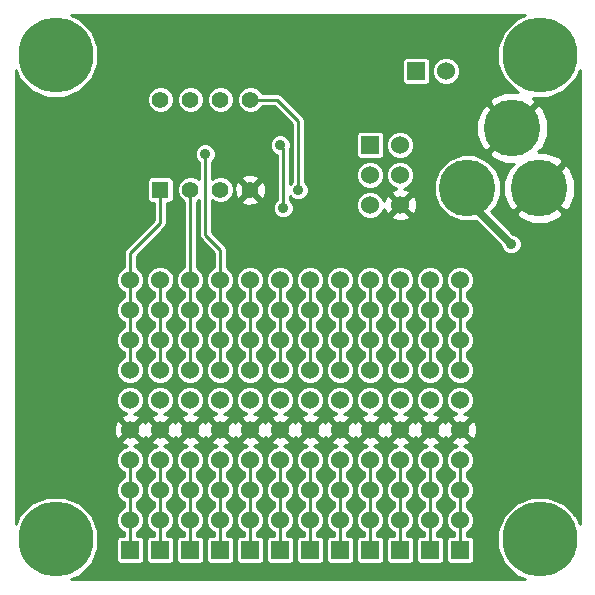
<source format=gbl>
G04 (created by PCBNEW (2013-07-07 BZR 4022)-stable) date 3/28/2015 3:41:17 PM*
%MOIN*%
G04 Gerber Fmt 3.4, Leading zero omitted, Abs format*
%FSLAX34Y34*%
G01*
G70*
G90*
G04 APERTURE LIST*
%ADD10C,0.00590551*%
%ADD11R,0.055X0.055*%
%ADD12C,0.055*%
%ADD13R,0.06X0.06*%
%ADD14C,0.06*%
%ADD15C,0.25*%
%ADD16C,0.189*%
%ADD17C,0.035*%
%ADD18C,0.01*%
%ADD19C,0.025*%
G04 APERTURE END LIST*
G54D10*
G54D11*
X9000Y-10000D03*
G54D12*
X10000Y-10000D03*
X11000Y-10000D03*
X12000Y-10000D03*
X12000Y-7000D03*
X11000Y-7000D03*
X10000Y-7000D03*
X9000Y-7000D03*
G54D13*
X17537Y-6037D03*
G54D14*
X18537Y-6037D03*
G54D15*
X5511Y-21653D03*
X21653Y-21653D03*
X21653Y-5511D03*
X5511Y-5511D03*
G54D14*
X13000Y-13000D03*
X13000Y-14000D03*
X13000Y-17000D03*
X13000Y-18000D03*
G54D13*
X13000Y-22000D03*
G54D14*
X13000Y-21000D03*
X13000Y-20000D03*
X13000Y-19000D03*
X13000Y-16000D03*
X13000Y-15000D03*
X12000Y-13000D03*
X12000Y-14000D03*
X12000Y-17000D03*
X12000Y-18000D03*
G54D13*
X12000Y-22000D03*
G54D14*
X12000Y-21000D03*
X12000Y-20000D03*
X12000Y-19000D03*
X12000Y-16000D03*
X12000Y-15000D03*
X11000Y-13000D03*
X11000Y-14000D03*
X11000Y-17000D03*
X11000Y-18000D03*
G54D13*
X11000Y-22000D03*
G54D14*
X11000Y-21000D03*
X11000Y-20000D03*
X11000Y-19000D03*
X11000Y-16000D03*
X11000Y-15000D03*
X10000Y-13000D03*
X10000Y-14000D03*
X10000Y-17000D03*
X10000Y-18000D03*
G54D13*
X10000Y-22000D03*
G54D14*
X10000Y-21000D03*
X10000Y-20000D03*
X10000Y-19000D03*
X10000Y-16000D03*
X10000Y-15000D03*
X9000Y-13000D03*
X9000Y-14000D03*
X9000Y-17000D03*
X9000Y-18000D03*
G54D13*
X9000Y-22000D03*
G54D14*
X9000Y-21000D03*
X9000Y-20000D03*
X9000Y-19000D03*
X9000Y-16000D03*
X9000Y-15000D03*
X8000Y-13000D03*
X8000Y-14000D03*
X8000Y-17000D03*
X8000Y-18000D03*
G54D13*
X8000Y-22000D03*
G54D14*
X8000Y-21000D03*
X8000Y-20000D03*
X8000Y-19000D03*
X8000Y-16000D03*
X8000Y-15000D03*
X19000Y-13000D03*
X19000Y-14000D03*
X19000Y-17000D03*
X19000Y-18000D03*
G54D13*
X19000Y-22000D03*
G54D14*
X19000Y-21000D03*
X19000Y-20000D03*
X19000Y-19000D03*
X19000Y-16000D03*
X19000Y-15000D03*
X18000Y-13000D03*
X18000Y-14000D03*
X18000Y-17000D03*
X18000Y-18000D03*
G54D13*
X18000Y-22000D03*
G54D14*
X18000Y-21000D03*
X18000Y-20000D03*
X18000Y-19000D03*
X18000Y-16000D03*
X18000Y-15000D03*
X17000Y-13000D03*
X17000Y-14000D03*
X17000Y-17000D03*
X17000Y-18000D03*
G54D13*
X17000Y-22000D03*
G54D14*
X17000Y-21000D03*
X17000Y-20000D03*
X17000Y-19000D03*
X17000Y-16000D03*
X17000Y-15000D03*
X14000Y-13000D03*
X14000Y-14000D03*
X14000Y-17000D03*
X14000Y-18000D03*
G54D13*
X14000Y-22000D03*
G54D14*
X14000Y-21000D03*
X14000Y-20000D03*
X14000Y-19000D03*
X14000Y-16000D03*
X14000Y-15000D03*
X15000Y-13000D03*
X15000Y-14000D03*
X15000Y-17000D03*
X15000Y-18000D03*
G54D13*
X15000Y-22000D03*
G54D14*
X15000Y-21000D03*
X15000Y-20000D03*
X15000Y-19000D03*
X15000Y-16000D03*
X15000Y-15000D03*
X16000Y-13000D03*
X16000Y-14000D03*
X16000Y-17000D03*
X16000Y-18000D03*
G54D13*
X16000Y-22000D03*
G54D14*
X16000Y-21000D03*
X16000Y-20000D03*
X16000Y-19000D03*
X16000Y-16000D03*
X16000Y-15000D03*
G54D16*
X21637Y-9937D03*
X19237Y-9937D03*
X20737Y-7937D03*
G54D13*
X16000Y-8500D03*
G54D14*
X17000Y-8500D03*
X16000Y-9500D03*
X17000Y-9500D03*
X16000Y-10500D03*
X17000Y-10500D03*
G54D17*
X13600Y-10000D03*
X13100Y-10600D03*
X13000Y-8500D03*
X10500Y-8800D03*
X20700Y-11800D03*
X22425Y-18675D03*
X4900Y-18300D03*
X14500Y-7600D03*
X6500Y-8700D03*
G54D18*
X12000Y-7000D02*
X12900Y-7000D01*
X13600Y-7700D02*
X13600Y-10000D01*
X12900Y-7000D02*
X13600Y-7700D01*
X13000Y-16000D02*
X13000Y-15000D01*
X13000Y-15000D02*
X13000Y-14000D01*
X13000Y-14000D02*
X13000Y-13000D01*
X13100Y-10600D02*
X13100Y-8600D01*
X13100Y-8600D02*
X13000Y-8500D01*
X12000Y-16000D02*
X12000Y-15000D01*
X12000Y-15000D02*
X12000Y-14000D01*
X12000Y-14000D02*
X12000Y-13000D01*
X10500Y-9900D02*
X10500Y-8800D01*
X11000Y-13000D02*
X11000Y-12000D01*
X10500Y-11500D02*
X10500Y-9900D01*
X11000Y-12000D02*
X10500Y-11500D01*
X11000Y-16000D02*
X11000Y-15000D01*
X11000Y-15000D02*
X11000Y-14000D01*
X11000Y-14000D02*
X11000Y-13000D01*
X10000Y-13000D02*
X10000Y-10000D01*
X10000Y-16000D02*
X10000Y-15000D01*
X10000Y-15000D02*
X10000Y-14000D01*
X10000Y-14000D02*
X10000Y-13000D01*
X9000Y-16000D02*
X9000Y-15000D01*
X9000Y-15000D02*
X9000Y-14000D01*
X9000Y-14000D02*
X9000Y-13000D01*
X8000Y-13000D02*
X8000Y-12100D01*
X9000Y-11100D02*
X9000Y-10000D01*
X8000Y-12100D02*
X9000Y-11100D01*
X8000Y-16000D02*
X8000Y-15000D01*
X8000Y-15000D02*
X8000Y-14000D01*
X8000Y-14000D02*
X8000Y-13000D01*
G54D19*
X19237Y-9937D02*
X19237Y-10337D01*
X19237Y-10337D02*
X20700Y-11800D01*
X22425Y-18675D02*
X22400Y-18700D01*
G54D18*
X13000Y-22000D02*
X13000Y-21000D01*
X13000Y-21000D02*
X13000Y-20000D01*
X13000Y-20000D02*
X13000Y-19000D01*
X14000Y-22000D02*
X14000Y-21000D01*
X14000Y-21000D02*
X14000Y-20000D01*
X14000Y-20000D02*
X14000Y-19000D01*
X19000Y-16000D02*
X19000Y-15000D01*
X19000Y-15000D02*
X19000Y-14000D01*
X19000Y-14000D02*
X19000Y-13000D01*
X15000Y-16000D02*
X15000Y-15000D01*
X15000Y-15000D02*
X15000Y-14000D01*
X15000Y-14000D02*
X15000Y-13000D01*
X16000Y-16000D02*
X16000Y-15000D01*
X16000Y-15000D02*
X16000Y-14000D01*
X16000Y-14000D02*
X16000Y-13000D01*
X8000Y-22000D02*
X8000Y-21000D01*
X8000Y-21000D02*
X8000Y-20000D01*
X8000Y-20000D02*
X8000Y-19000D01*
X16000Y-22000D02*
X16000Y-21000D01*
X16000Y-21000D02*
X16000Y-20000D01*
X16000Y-20000D02*
X16000Y-19000D01*
X19000Y-22000D02*
X19000Y-21000D01*
X19000Y-21000D02*
X19000Y-20000D01*
X19000Y-20000D02*
X19000Y-19000D01*
X18000Y-16000D02*
X18000Y-15000D01*
X18000Y-15000D02*
X18000Y-14000D01*
X18000Y-14000D02*
X18000Y-13000D01*
X18000Y-22000D02*
X18000Y-21000D01*
X18000Y-21000D02*
X18000Y-20000D01*
X18000Y-20000D02*
X18000Y-19000D01*
X15000Y-22000D02*
X15000Y-21000D01*
X15000Y-21000D02*
X15000Y-20000D01*
X15000Y-20000D02*
X15000Y-19000D01*
X9000Y-22000D02*
X9000Y-21000D01*
X9000Y-21000D02*
X9000Y-20000D01*
X9000Y-20000D02*
X9000Y-19000D01*
X10000Y-22000D02*
X10000Y-21000D01*
X10000Y-21000D02*
X10000Y-20000D01*
X10000Y-20000D02*
X10000Y-19000D01*
X11000Y-22000D02*
X11000Y-21000D01*
X11000Y-21000D02*
X11000Y-20000D01*
X11000Y-20000D02*
X11000Y-19000D01*
X12000Y-22000D02*
X12000Y-21000D01*
X12000Y-21000D02*
X12000Y-20000D01*
X12000Y-20000D02*
X12000Y-19000D01*
X17000Y-22000D02*
X17000Y-21000D01*
X17000Y-21000D02*
X17000Y-20000D01*
X17000Y-20000D02*
X17000Y-19000D01*
X17000Y-16000D02*
X17000Y-15000D01*
X17000Y-15000D02*
X17000Y-14000D01*
X17000Y-14000D02*
X17000Y-13000D01*
X14000Y-16000D02*
X14000Y-15000D01*
X14000Y-15000D02*
X14000Y-14000D01*
X14000Y-14000D02*
X14000Y-13000D01*
G54D10*
G36*
X22983Y-21153D02*
X22858Y-20850D01*
X22832Y-20824D01*
X22832Y-10172D01*
X22831Y-9697D01*
X22651Y-9261D01*
X22488Y-9155D01*
X22418Y-9226D01*
X22418Y-9085D01*
X22312Y-8922D01*
X21932Y-8766D01*
X21872Y-8741D01*
X21612Y-8742D01*
X21588Y-8718D01*
X21751Y-8612D01*
X21932Y-8172D01*
X21931Y-7697D01*
X21751Y-7261D01*
X21588Y-7155D01*
X20807Y-7937D01*
X20813Y-7942D01*
X20742Y-8013D01*
X20737Y-8007D01*
X20666Y-8078D01*
X20666Y-7937D01*
X19885Y-7155D01*
X19722Y-7261D01*
X19541Y-7701D01*
X19542Y-8176D01*
X19722Y-8612D01*
X19885Y-8718D01*
X20666Y-7937D01*
X20666Y-8078D01*
X19955Y-8788D01*
X20061Y-8951D01*
X20501Y-9132D01*
X20761Y-9131D01*
X20785Y-9155D01*
X20622Y-9261D01*
X20441Y-9701D01*
X20442Y-10176D01*
X20622Y-10612D01*
X20785Y-10718D01*
X21566Y-9937D01*
X21560Y-9931D01*
X21631Y-9860D01*
X21637Y-9866D01*
X22418Y-9085D01*
X22418Y-9226D01*
X21707Y-9937D01*
X22488Y-10718D01*
X22651Y-10612D01*
X22832Y-10172D01*
X22832Y-20824D01*
X22458Y-20450D01*
X22418Y-20433D01*
X22418Y-10788D01*
X21637Y-10007D01*
X21566Y-10078D01*
X20855Y-10788D01*
X20961Y-10951D01*
X21401Y-11132D01*
X21876Y-11131D01*
X22312Y-10951D01*
X22418Y-10788D01*
X22418Y-20433D01*
X21937Y-20233D01*
X21372Y-20233D01*
X21045Y-20368D01*
X21045Y-11731D01*
X20992Y-11604D01*
X20895Y-11507D01*
X20774Y-11457D01*
X20034Y-10716D01*
X20181Y-10569D01*
X20351Y-10159D01*
X20352Y-9716D01*
X20182Y-9306D01*
X19869Y-8992D01*
X19459Y-8822D01*
X19016Y-8821D01*
X19007Y-8825D01*
X19007Y-5943D01*
X18935Y-5771D01*
X18803Y-5638D01*
X18630Y-5567D01*
X18443Y-5566D01*
X18271Y-5638D01*
X18138Y-5770D01*
X18067Y-5943D01*
X18066Y-6130D01*
X18138Y-6302D01*
X18270Y-6435D01*
X18443Y-6506D01*
X18630Y-6507D01*
X18802Y-6435D01*
X18935Y-6303D01*
X19006Y-6130D01*
X19007Y-5943D01*
X19007Y-8825D01*
X18606Y-8991D01*
X18292Y-9304D01*
X18122Y-9714D01*
X18121Y-10157D01*
X18291Y-10567D01*
X18604Y-10881D01*
X19014Y-11051D01*
X19457Y-11052D01*
X19512Y-11029D01*
X20357Y-11874D01*
X20407Y-11995D01*
X20504Y-12092D01*
X20631Y-12144D01*
X20768Y-12145D01*
X20895Y-12092D01*
X20992Y-11995D01*
X21044Y-11868D01*
X21045Y-11731D01*
X21045Y-20368D01*
X20850Y-20449D01*
X20450Y-20848D01*
X20233Y-21369D01*
X20233Y-21934D01*
X20449Y-22456D01*
X20848Y-22856D01*
X21153Y-22983D01*
X19554Y-22983D01*
X19554Y-18081D01*
X19543Y-17863D01*
X19481Y-17712D01*
X19470Y-17708D01*
X19470Y-16906D01*
X19470Y-15906D01*
X19398Y-15734D01*
X19266Y-15601D01*
X19220Y-15582D01*
X19220Y-15417D01*
X19265Y-15398D01*
X19398Y-15266D01*
X19469Y-15093D01*
X19470Y-14906D01*
X19398Y-14734D01*
X19266Y-14601D01*
X19220Y-14582D01*
X19220Y-14417D01*
X19265Y-14398D01*
X19398Y-14266D01*
X19469Y-14093D01*
X19470Y-13906D01*
X19398Y-13734D01*
X19266Y-13601D01*
X19220Y-13582D01*
X19220Y-13417D01*
X19265Y-13398D01*
X19398Y-13266D01*
X19469Y-13093D01*
X19470Y-12906D01*
X19398Y-12734D01*
X19266Y-12601D01*
X19093Y-12530D01*
X18906Y-12529D01*
X18734Y-12601D01*
X18601Y-12733D01*
X18530Y-12906D01*
X18529Y-13093D01*
X18601Y-13265D01*
X18733Y-13398D01*
X18780Y-13417D01*
X18780Y-13582D01*
X18734Y-13601D01*
X18601Y-13733D01*
X18530Y-13906D01*
X18529Y-14093D01*
X18601Y-14265D01*
X18733Y-14398D01*
X18780Y-14417D01*
X18780Y-14582D01*
X18734Y-14601D01*
X18601Y-14733D01*
X18530Y-14906D01*
X18529Y-15093D01*
X18601Y-15265D01*
X18733Y-15398D01*
X18780Y-15417D01*
X18780Y-15582D01*
X18734Y-15601D01*
X18601Y-15733D01*
X18530Y-15906D01*
X18529Y-16093D01*
X18601Y-16265D01*
X18733Y-16398D01*
X18906Y-16469D01*
X19093Y-16470D01*
X19265Y-16398D01*
X19398Y-16266D01*
X19469Y-16093D01*
X19470Y-15906D01*
X19470Y-16906D01*
X19398Y-16734D01*
X19266Y-16601D01*
X19093Y-16530D01*
X18906Y-16529D01*
X18734Y-16601D01*
X18601Y-16733D01*
X18530Y-16906D01*
X18529Y-17093D01*
X18601Y-17265D01*
X18733Y-17398D01*
X18871Y-17455D01*
X18863Y-17456D01*
X18712Y-17518D01*
X18684Y-17614D01*
X19000Y-17929D01*
X19315Y-17614D01*
X19287Y-17518D01*
X19120Y-17458D01*
X19265Y-17398D01*
X19398Y-17266D01*
X19469Y-17093D01*
X19470Y-16906D01*
X19470Y-17708D01*
X19385Y-17684D01*
X19070Y-18000D01*
X19385Y-18315D01*
X19481Y-18287D01*
X19554Y-18081D01*
X19554Y-22983D01*
X19470Y-22983D01*
X19470Y-20906D01*
X19398Y-20734D01*
X19266Y-20601D01*
X19220Y-20582D01*
X19220Y-20417D01*
X19265Y-20398D01*
X19398Y-20266D01*
X19469Y-20093D01*
X19470Y-19906D01*
X19398Y-19734D01*
X19266Y-19601D01*
X19220Y-19582D01*
X19220Y-19417D01*
X19265Y-19398D01*
X19398Y-19266D01*
X19469Y-19093D01*
X19470Y-18906D01*
X19398Y-18734D01*
X19266Y-18601D01*
X19128Y-18544D01*
X19136Y-18543D01*
X19287Y-18481D01*
X19315Y-18385D01*
X19000Y-18070D01*
X18929Y-18141D01*
X18929Y-18000D01*
X18614Y-17684D01*
X18518Y-17712D01*
X18501Y-17760D01*
X18481Y-17712D01*
X18470Y-17708D01*
X18470Y-16906D01*
X18470Y-15906D01*
X18398Y-15734D01*
X18266Y-15601D01*
X18220Y-15582D01*
X18220Y-15417D01*
X18265Y-15398D01*
X18398Y-15266D01*
X18469Y-15093D01*
X18470Y-14906D01*
X18398Y-14734D01*
X18266Y-14601D01*
X18220Y-14582D01*
X18220Y-14417D01*
X18265Y-14398D01*
X18398Y-14266D01*
X18469Y-14093D01*
X18470Y-13906D01*
X18398Y-13734D01*
X18266Y-13601D01*
X18220Y-13582D01*
X18220Y-13417D01*
X18265Y-13398D01*
X18398Y-13266D01*
X18469Y-13093D01*
X18470Y-12906D01*
X18398Y-12734D01*
X18266Y-12601D01*
X18093Y-12530D01*
X18007Y-12530D01*
X18007Y-6303D01*
X18007Y-5703D01*
X17981Y-5640D01*
X17933Y-5592D01*
X17870Y-5567D01*
X17803Y-5566D01*
X17203Y-5566D01*
X17140Y-5592D01*
X17092Y-5640D01*
X17067Y-5703D01*
X17066Y-5770D01*
X17066Y-6370D01*
X17092Y-6433D01*
X17140Y-6481D01*
X17203Y-6506D01*
X17270Y-6507D01*
X17870Y-6507D01*
X17933Y-6481D01*
X17981Y-6433D01*
X18006Y-6370D01*
X18007Y-6303D01*
X18007Y-12530D01*
X17906Y-12529D01*
X17734Y-12601D01*
X17601Y-12733D01*
X17554Y-12846D01*
X17554Y-10581D01*
X17543Y-10363D01*
X17481Y-10212D01*
X17470Y-10208D01*
X17470Y-9406D01*
X17470Y-8406D01*
X17398Y-8234D01*
X17266Y-8101D01*
X17093Y-8030D01*
X16906Y-8029D01*
X16734Y-8101D01*
X16601Y-8233D01*
X16530Y-8406D01*
X16529Y-8593D01*
X16601Y-8765D01*
X16733Y-8898D01*
X16906Y-8969D01*
X17093Y-8970D01*
X17265Y-8898D01*
X17398Y-8766D01*
X17469Y-8593D01*
X17470Y-8406D01*
X17470Y-9406D01*
X17398Y-9234D01*
X17266Y-9101D01*
X17093Y-9030D01*
X16906Y-9029D01*
X16734Y-9101D01*
X16601Y-9233D01*
X16530Y-9406D01*
X16529Y-9593D01*
X16601Y-9765D01*
X16733Y-9898D01*
X16871Y-9955D01*
X16863Y-9956D01*
X16712Y-10018D01*
X16684Y-10114D01*
X17000Y-10429D01*
X17315Y-10114D01*
X17287Y-10018D01*
X17120Y-9958D01*
X17265Y-9898D01*
X17398Y-9766D01*
X17469Y-9593D01*
X17470Y-9406D01*
X17470Y-10208D01*
X17385Y-10184D01*
X17070Y-10500D01*
X17385Y-10815D01*
X17481Y-10787D01*
X17554Y-10581D01*
X17554Y-12846D01*
X17530Y-12906D01*
X17529Y-13093D01*
X17601Y-13265D01*
X17733Y-13398D01*
X17780Y-13417D01*
X17780Y-13582D01*
X17734Y-13601D01*
X17601Y-13733D01*
X17530Y-13906D01*
X17529Y-14093D01*
X17601Y-14265D01*
X17733Y-14398D01*
X17780Y-14417D01*
X17780Y-14582D01*
X17734Y-14601D01*
X17601Y-14733D01*
X17530Y-14906D01*
X17529Y-15093D01*
X17601Y-15265D01*
X17733Y-15398D01*
X17780Y-15417D01*
X17780Y-15582D01*
X17734Y-15601D01*
X17601Y-15733D01*
X17530Y-15906D01*
X17529Y-16093D01*
X17601Y-16265D01*
X17733Y-16398D01*
X17906Y-16469D01*
X18093Y-16470D01*
X18265Y-16398D01*
X18398Y-16266D01*
X18469Y-16093D01*
X18470Y-15906D01*
X18470Y-16906D01*
X18398Y-16734D01*
X18266Y-16601D01*
X18093Y-16530D01*
X17906Y-16529D01*
X17734Y-16601D01*
X17601Y-16733D01*
X17530Y-16906D01*
X17529Y-17093D01*
X17601Y-17265D01*
X17733Y-17398D01*
X17871Y-17455D01*
X17863Y-17456D01*
X17712Y-17518D01*
X17684Y-17614D01*
X18000Y-17929D01*
X18315Y-17614D01*
X18287Y-17518D01*
X18120Y-17458D01*
X18265Y-17398D01*
X18398Y-17266D01*
X18469Y-17093D01*
X18470Y-16906D01*
X18470Y-17708D01*
X18385Y-17684D01*
X18070Y-18000D01*
X18385Y-18315D01*
X18481Y-18287D01*
X18498Y-18239D01*
X18518Y-18287D01*
X18614Y-18315D01*
X18929Y-18000D01*
X18929Y-18141D01*
X18684Y-18385D01*
X18712Y-18481D01*
X18879Y-18541D01*
X18734Y-18601D01*
X18601Y-18733D01*
X18530Y-18906D01*
X18529Y-19093D01*
X18601Y-19265D01*
X18733Y-19398D01*
X18780Y-19417D01*
X18780Y-19582D01*
X18734Y-19601D01*
X18601Y-19733D01*
X18530Y-19906D01*
X18529Y-20093D01*
X18601Y-20265D01*
X18733Y-20398D01*
X18780Y-20417D01*
X18780Y-20582D01*
X18734Y-20601D01*
X18601Y-20733D01*
X18530Y-20906D01*
X18529Y-21093D01*
X18601Y-21265D01*
X18733Y-21398D01*
X18780Y-21417D01*
X18780Y-21529D01*
X18666Y-21529D01*
X18603Y-21555D01*
X18555Y-21603D01*
X18530Y-21666D01*
X18529Y-21733D01*
X18529Y-22333D01*
X18555Y-22396D01*
X18603Y-22444D01*
X18666Y-22469D01*
X18733Y-22470D01*
X19333Y-22470D01*
X19396Y-22444D01*
X19444Y-22396D01*
X19469Y-22333D01*
X19470Y-22266D01*
X19470Y-21666D01*
X19444Y-21603D01*
X19396Y-21555D01*
X19333Y-21530D01*
X19266Y-21529D01*
X19220Y-21529D01*
X19220Y-21417D01*
X19265Y-21398D01*
X19398Y-21266D01*
X19469Y-21093D01*
X19470Y-20906D01*
X19470Y-22983D01*
X18470Y-22983D01*
X18470Y-20906D01*
X18398Y-20734D01*
X18266Y-20601D01*
X18220Y-20582D01*
X18220Y-20417D01*
X18265Y-20398D01*
X18398Y-20266D01*
X18469Y-20093D01*
X18470Y-19906D01*
X18398Y-19734D01*
X18266Y-19601D01*
X18220Y-19582D01*
X18220Y-19417D01*
X18265Y-19398D01*
X18398Y-19266D01*
X18469Y-19093D01*
X18470Y-18906D01*
X18398Y-18734D01*
X18266Y-18601D01*
X18128Y-18544D01*
X18136Y-18543D01*
X18287Y-18481D01*
X18315Y-18385D01*
X18000Y-18070D01*
X17929Y-18141D01*
X17929Y-18000D01*
X17614Y-17684D01*
X17518Y-17712D01*
X17501Y-17760D01*
X17481Y-17712D01*
X17470Y-17708D01*
X17470Y-16906D01*
X17470Y-15906D01*
X17398Y-15734D01*
X17266Y-15601D01*
X17220Y-15582D01*
X17220Y-15417D01*
X17265Y-15398D01*
X17398Y-15266D01*
X17469Y-15093D01*
X17470Y-14906D01*
X17398Y-14734D01*
X17266Y-14601D01*
X17220Y-14582D01*
X17220Y-14417D01*
X17265Y-14398D01*
X17398Y-14266D01*
X17469Y-14093D01*
X17470Y-13906D01*
X17398Y-13734D01*
X17266Y-13601D01*
X17220Y-13582D01*
X17220Y-13417D01*
X17265Y-13398D01*
X17398Y-13266D01*
X17469Y-13093D01*
X17470Y-12906D01*
X17398Y-12734D01*
X17315Y-12650D01*
X17315Y-10885D01*
X17000Y-10570D01*
X16929Y-10641D01*
X16929Y-10500D01*
X16614Y-10184D01*
X16518Y-10212D01*
X16470Y-10348D01*
X16470Y-9406D01*
X16470Y-9406D01*
X16470Y-8766D01*
X16470Y-8166D01*
X16444Y-8103D01*
X16396Y-8055D01*
X16333Y-8030D01*
X16266Y-8029D01*
X15666Y-8029D01*
X15603Y-8055D01*
X15555Y-8103D01*
X15530Y-8166D01*
X15529Y-8233D01*
X15529Y-8833D01*
X15555Y-8896D01*
X15603Y-8944D01*
X15666Y-8969D01*
X15733Y-8970D01*
X16333Y-8970D01*
X16396Y-8944D01*
X16444Y-8896D01*
X16469Y-8833D01*
X16470Y-8766D01*
X16470Y-9406D01*
X16398Y-9234D01*
X16266Y-9101D01*
X16093Y-9030D01*
X15906Y-9029D01*
X15734Y-9101D01*
X15601Y-9233D01*
X15530Y-9406D01*
X15529Y-9593D01*
X15601Y-9765D01*
X15733Y-9898D01*
X15906Y-9969D01*
X16093Y-9970D01*
X16265Y-9898D01*
X16398Y-9766D01*
X16469Y-9593D01*
X16470Y-9406D01*
X16470Y-10348D01*
X16458Y-10379D01*
X16398Y-10234D01*
X16266Y-10101D01*
X16093Y-10030D01*
X15906Y-10029D01*
X15734Y-10101D01*
X15601Y-10233D01*
X15530Y-10406D01*
X15529Y-10593D01*
X15601Y-10765D01*
X15733Y-10898D01*
X15906Y-10969D01*
X16093Y-10970D01*
X16265Y-10898D01*
X16398Y-10766D01*
X16455Y-10628D01*
X16456Y-10636D01*
X16518Y-10787D01*
X16614Y-10815D01*
X16929Y-10500D01*
X16929Y-10641D01*
X16684Y-10885D01*
X16712Y-10981D01*
X16918Y-11054D01*
X17136Y-11043D01*
X17287Y-10981D01*
X17315Y-10885D01*
X17315Y-12650D01*
X17266Y-12601D01*
X17093Y-12530D01*
X16906Y-12529D01*
X16734Y-12601D01*
X16601Y-12733D01*
X16530Y-12906D01*
X16529Y-13093D01*
X16601Y-13265D01*
X16733Y-13398D01*
X16780Y-13417D01*
X16780Y-13582D01*
X16734Y-13601D01*
X16601Y-13733D01*
X16530Y-13906D01*
X16529Y-14093D01*
X16601Y-14265D01*
X16733Y-14398D01*
X16780Y-14417D01*
X16780Y-14582D01*
X16734Y-14601D01*
X16601Y-14733D01*
X16530Y-14906D01*
X16529Y-15093D01*
X16601Y-15265D01*
X16733Y-15398D01*
X16780Y-15417D01*
X16780Y-15582D01*
X16734Y-15601D01*
X16601Y-15733D01*
X16530Y-15906D01*
X16529Y-16093D01*
X16601Y-16265D01*
X16733Y-16398D01*
X16906Y-16469D01*
X17093Y-16470D01*
X17265Y-16398D01*
X17398Y-16266D01*
X17469Y-16093D01*
X17470Y-15906D01*
X17470Y-16906D01*
X17398Y-16734D01*
X17266Y-16601D01*
X17093Y-16530D01*
X16906Y-16529D01*
X16734Y-16601D01*
X16601Y-16733D01*
X16530Y-16906D01*
X16529Y-17093D01*
X16601Y-17265D01*
X16733Y-17398D01*
X16871Y-17455D01*
X16863Y-17456D01*
X16712Y-17518D01*
X16684Y-17614D01*
X17000Y-17929D01*
X17315Y-17614D01*
X17287Y-17518D01*
X17120Y-17458D01*
X17265Y-17398D01*
X17398Y-17266D01*
X17469Y-17093D01*
X17470Y-16906D01*
X17470Y-17708D01*
X17385Y-17684D01*
X17070Y-18000D01*
X17385Y-18315D01*
X17481Y-18287D01*
X17498Y-18239D01*
X17518Y-18287D01*
X17614Y-18315D01*
X17929Y-18000D01*
X17929Y-18141D01*
X17684Y-18385D01*
X17712Y-18481D01*
X17879Y-18541D01*
X17734Y-18601D01*
X17601Y-18733D01*
X17530Y-18906D01*
X17529Y-19093D01*
X17601Y-19265D01*
X17733Y-19398D01*
X17780Y-19417D01*
X17780Y-19582D01*
X17734Y-19601D01*
X17601Y-19733D01*
X17530Y-19906D01*
X17529Y-20093D01*
X17601Y-20265D01*
X17733Y-20398D01*
X17780Y-20417D01*
X17780Y-20582D01*
X17734Y-20601D01*
X17601Y-20733D01*
X17530Y-20906D01*
X17529Y-21093D01*
X17601Y-21265D01*
X17733Y-21398D01*
X17780Y-21417D01*
X17780Y-21529D01*
X17666Y-21529D01*
X17603Y-21555D01*
X17555Y-21603D01*
X17530Y-21666D01*
X17529Y-21733D01*
X17529Y-22333D01*
X17555Y-22396D01*
X17603Y-22444D01*
X17666Y-22469D01*
X17733Y-22470D01*
X18333Y-22470D01*
X18396Y-22444D01*
X18444Y-22396D01*
X18469Y-22333D01*
X18470Y-22266D01*
X18470Y-21666D01*
X18444Y-21603D01*
X18396Y-21555D01*
X18333Y-21530D01*
X18266Y-21529D01*
X18220Y-21529D01*
X18220Y-21417D01*
X18265Y-21398D01*
X18398Y-21266D01*
X18469Y-21093D01*
X18470Y-20906D01*
X18470Y-22983D01*
X17470Y-22983D01*
X17470Y-20906D01*
X17398Y-20734D01*
X17266Y-20601D01*
X17220Y-20582D01*
X17220Y-20417D01*
X17265Y-20398D01*
X17398Y-20266D01*
X17469Y-20093D01*
X17470Y-19906D01*
X17398Y-19734D01*
X17266Y-19601D01*
X17220Y-19582D01*
X17220Y-19417D01*
X17265Y-19398D01*
X17398Y-19266D01*
X17469Y-19093D01*
X17470Y-18906D01*
X17398Y-18734D01*
X17266Y-18601D01*
X17128Y-18544D01*
X17136Y-18543D01*
X17287Y-18481D01*
X17315Y-18385D01*
X17000Y-18070D01*
X16929Y-18141D01*
X16929Y-18000D01*
X16614Y-17684D01*
X16518Y-17712D01*
X16501Y-17760D01*
X16481Y-17712D01*
X16470Y-17708D01*
X16470Y-16906D01*
X16470Y-15906D01*
X16398Y-15734D01*
X16266Y-15601D01*
X16220Y-15582D01*
X16220Y-15417D01*
X16265Y-15398D01*
X16398Y-15266D01*
X16469Y-15093D01*
X16470Y-14906D01*
X16398Y-14734D01*
X16266Y-14601D01*
X16220Y-14582D01*
X16220Y-14417D01*
X16265Y-14398D01*
X16398Y-14266D01*
X16469Y-14093D01*
X16470Y-13906D01*
X16398Y-13734D01*
X16266Y-13601D01*
X16220Y-13582D01*
X16220Y-13417D01*
X16265Y-13398D01*
X16398Y-13266D01*
X16469Y-13093D01*
X16470Y-12906D01*
X16398Y-12734D01*
X16266Y-12601D01*
X16093Y-12530D01*
X15906Y-12529D01*
X15734Y-12601D01*
X15601Y-12733D01*
X15530Y-12906D01*
X15529Y-13093D01*
X15601Y-13265D01*
X15733Y-13398D01*
X15780Y-13417D01*
X15780Y-13582D01*
X15734Y-13601D01*
X15601Y-13733D01*
X15530Y-13906D01*
X15529Y-14093D01*
X15601Y-14265D01*
X15733Y-14398D01*
X15780Y-14417D01*
X15780Y-14582D01*
X15734Y-14601D01*
X15601Y-14733D01*
X15530Y-14906D01*
X15529Y-15093D01*
X15601Y-15265D01*
X15733Y-15398D01*
X15780Y-15417D01*
X15780Y-15582D01*
X15734Y-15601D01*
X15601Y-15733D01*
X15530Y-15906D01*
X15529Y-16093D01*
X15601Y-16265D01*
X15733Y-16398D01*
X15906Y-16469D01*
X16093Y-16470D01*
X16265Y-16398D01*
X16398Y-16266D01*
X16469Y-16093D01*
X16470Y-15906D01*
X16470Y-16906D01*
X16398Y-16734D01*
X16266Y-16601D01*
X16093Y-16530D01*
X15906Y-16529D01*
X15734Y-16601D01*
X15601Y-16733D01*
X15530Y-16906D01*
X15529Y-17093D01*
X15601Y-17265D01*
X15733Y-17398D01*
X15871Y-17455D01*
X15863Y-17456D01*
X15712Y-17518D01*
X15684Y-17614D01*
X16000Y-17929D01*
X16315Y-17614D01*
X16287Y-17518D01*
X16120Y-17458D01*
X16265Y-17398D01*
X16398Y-17266D01*
X16469Y-17093D01*
X16470Y-16906D01*
X16470Y-17708D01*
X16385Y-17684D01*
X16070Y-18000D01*
X16385Y-18315D01*
X16481Y-18287D01*
X16498Y-18239D01*
X16518Y-18287D01*
X16614Y-18315D01*
X16929Y-18000D01*
X16929Y-18141D01*
X16684Y-18385D01*
X16712Y-18481D01*
X16879Y-18541D01*
X16734Y-18601D01*
X16601Y-18733D01*
X16530Y-18906D01*
X16529Y-19093D01*
X16601Y-19265D01*
X16733Y-19398D01*
X16780Y-19417D01*
X16780Y-19582D01*
X16734Y-19601D01*
X16601Y-19733D01*
X16530Y-19906D01*
X16529Y-20093D01*
X16601Y-20265D01*
X16733Y-20398D01*
X16780Y-20417D01*
X16780Y-20582D01*
X16734Y-20601D01*
X16601Y-20733D01*
X16530Y-20906D01*
X16529Y-21093D01*
X16601Y-21265D01*
X16733Y-21398D01*
X16780Y-21417D01*
X16780Y-21529D01*
X16666Y-21529D01*
X16603Y-21555D01*
X16555Y-21603D01*
X16530Y-21666D01*
X16529Y-21733D01*
X16529Y-22333D01*
X16555Y-22396D01*
X16603Y-22444D01*
X16666Y-22469D01*
X16733Y-22470D01*
X17333Y-22470D01*
X17396Y-22444D01*
X17444Y-22396D01*
X17469Y-22333D01*
X17470Y-22266D01*
X17470Y-21666D01*
X17444Y-21603D01*
X17396Y-21555D01*
X17333Y-21530D01*
X17266Y-21529D01*
X17220Y-21529D01*
X17220Y-21417D01*
X17265Y-21398D01*
X17398Y-21266D01*
X17469Y-21093D01*
X17470Y-20906D01*
X17470Y-22983D01*
X16470Y-22983D01*
X16470Y-20906D01*
X16398Y-20734D01*
X16266Y-20601D01*
X16220Y-20582D01*
X16220Y-20417D01*
X16265Y-20398D01*
X16398Y-20266D01*
X16469Y-20093D01*
X16470Y-19906D01*
X16398Y-19734D01*
X16266Y-19601D01*
X16220Y-19582D01*
X16220Y-19417D01*
X16265Y-19398D01*
X16398Y-19266D01*
X16469Y-19093D01*
X16470Y-18906D01*
X16398Y-18734D01*
X16266Y-18601D01*
X16128Y-18544D01*
X16136Y-18543D01*
X16287Y-18481D01*
X16315Y-18385D01*
X16000Y-18070D01*
X15929Y-18141D01*
X15929Y-18000D01*
X15614Y-17684D01*
X15518Y-17712D01*
X15501Y-17760D01*
X15481Y-17712D01*
X15470Y-17708D01*
X15470Y-16906D01*
X15470Y-15906D01*
X15398Y-15734D01*
X15266Y-15601D01*
X15220Y-15582D01*
X15220Y-15417D01*
X15265Y-15398D01*
X15398Y-15266D01*
X15469Y-15093D01*
X15470Y-14906D01*
X15398Y-14734D01*
X15266Y-14601D01*
X15220Y-14582D01*
X15220Y-14417D01*
X15265Y-14398D01*
X15398Y-14266D01*
X15469Y-14093D01*
X15470Y-13906D01*
X15398Y-13734D01*
X15266Y-13601D01*
X15220Y-13582D01*
X15220Y-13417D01*
X15265Y-13398D01*
X15398Y-13266D01*
X15469Y-13093D01*
X15470Y-12906D01*
X15398Y-12734D01*
X15266Y-12601D01*
X15093Y-12530D01*
X14906Y-12529D01*
X14734Y-12601D01*
X14601Y-12733D01*
X14530Y-12906D01*
X14529Y-13093D01*
X14601Y-13265D01*
X14733Y-13398D01*
X14780Y-13417D01*
X14780Y-13582D01*
X14734Y-13601D01*
X14601Y-13733D01*
X14530Y-13906D01*
X14529Y-14093D01*
X14601Y-14265D01*
X14733Y-14398D01*
X14780Y-14417D01*
X14780Y-14582D01*
X14734Y-14601D01*
X14601Y-14733D01*
X14530Y-14906D01*
X14529Y-15093D01*
X14601Y-15265D01*
X14733Y-15398D01*
X14780Y-15417D01*
X14780Y-15582D01*
X14734Y-15601D01*
X14601Y-15733D01*
X14530Y-15906D01*
X14529Y-16093D01*
X14601Y-16265D01*
X14733Y-16398D01*
X14906Y-16469D01*
X15093Y-16470D01*
X15265Y-16398D01*
X15398Y-16266D01*
X15469Y-16093D01*
X15470Y-15906D01*
X15470Y-16906D01*
X15398Y-16734D01*
X15266Y-16601D01*
X15093Y-16530D01*
X14906Y-16529D01*
X14734Y-16601D01*
X14601Y-16733D01*
X14530Y-16906D01*
X14529Y-17093D01*
X14601Y-17265D01*
X14733Y-17398D01*
X14871Y-17455D01*
X14863Y-17456D01*
X14712Y-17518D01*
X14684Y-17614D01*
X15000Y-17929D01*
X15315Y-17614D01*
X15287Y-17518D01*
X15120Y-17458D01*
X15265Y-17398D01*
X15398Y-17266D01*
X15469Y-17093D01*
X15470Y-16906D01*
X15470Y-17708D01*
X15385Y-17684D01*
X15070Y-18000D01*
X15385Y-18315D01*
X15481Y-18287D01*
X15498Y-18239D01*
X15518Y-18287D01*
X15614Y-18315D01*
X15929Y-18000D01*
X15929Y-18141D01*
X15684Y-18385D01*
X15712Y-18481D01*
X15879Y-18541D01*
X15734Y-18601D01*
X15601Y-18733D01*
X15530Y-18906D01*
X15529Y-19093D01*
X15601Y-19265D01*
X15733Y-19398D01*
X15780Y-19417D01*
X15780Y-19582D01*
X15734Y-19601D01*
X15601Y-19733D01*
X15530Y-19906D01*
X15529Y-20093D01*
X15601Y-20265D01*
X15733Y-20398D01*
X15780Y-20417D01*
X15780Y-20582D01*
X15734Y-20601D01*
X15601Y-20733D01*
X15530Y-20906D01*
X15529Y-21093D01*
X15601Y-21265D01*
X15733Y-21398D01*
X15780Y-21417D01*
X15780Y-21529D01*
X15666Y-21529D01*
X15603Y-21555D01*
X15555Y-21603D01*
X15530Y-21666D01*
X15529Y-21733D01*
X15529Y-22333D01*
X15555Y-22396D01*
X15603Y-22444D01*
X15666Y-22469D01*
X15733Y-22470D01*
X16333Y-22470D01*
X16396Y-22444D01*
X16444Y-22396D01*
X16469Y-22333D01*
X16470Y-22266D01*
X16470Y-21666D01*
X16444Y-21603D01*
X16396Y-21555D01*
X16333Y-21530D01*
X16266Y-21529D01*
X16220Y-21529D01*
X16220Y-21417D01*
X16265Y-21398D01*
X16398Y-21266D01*
X16469Y-21093D01*
X16470Y-20906D01*
X16470Y-22983D01*
X15470Y-22983D01*
X15470Y-20906D01*
X15398Y-20734D01*
X15266Y-20601D01*
X15220Y-20582D01*
X15220Y-20417D01*
X15265Y-20398D01*
X15398Y-20266D01*
X15469Y-20093D01*
X15470Y-19906D01*
X15398Y-19734D01*
X15266Y-19601D01*
X15220Y-19582D01*
X15220Y-19417D01*
X15265Y-19398D01*
X15398Y-19266D01*
X15469Y-19093D01*
X15470Y-18906D01*
X15398Y-18734D01*
X15266Y-18601D01*
X15128Y-18544D01*
X15136Y-18543D01*
X15287Y-18481D01*
X15315Y-18385D01*
X15000Y-18070D01*
X14929Y-18141D01*
X14929Y-18000D01*
X14614Y-17684D01*
X14518Y-17712D01*
X14501Y-17760D01*
X14481Y-17712D01*
X14470Y-17708D01*
X14470Y-16906D01*
X14470Y-15906D01*
X14398Y-15734D01*
X14266Y-15601D01*
X14220Y-15582D01*
X14220Y-15417D01*
X14265Y-15398D01*
X14398Y-15266D01*
X14469Y-15093D01*
X14470Y-14906D01*
X14398Y-14734D01*
X14266Y-14601D01*
X14220Y-14582D01*
X14220Y-14417D01*
X14265Y-14398D01*
X14398Y-14266D01*
X14469Y-14093D01*
X14470Y-13906D01*
X14398Y-13734D01*
X14266Y-13601D01*
X14220Y-13582D01*
X14220Y-13417D01*
X14265Y-13398D01*
X14398Y-13266D01*
X14469Y-13093D01*
X14470Y-12906D01*
X14398Y-12734D01*
X14266Y-12601D01*
X14093Y-12530D01*
X13945Y-12529D01*
X13945Y-9931D01*
X13892Y-9804D01*
X13820Y-9732D01*
X13820Y-7700D01*
X13819Y-7699D01*
X13803Y-7615D01*
X13755Y-7544D01*
X13755Y-7544D01*
X13055Y-6844D01*
X12984Y-6796D01*
X12900Y-6780D01*
X12390Y-6780D01*
X12377Y-6748D01*
X12252Y-6622D01*
X12088Y-6555D01*
X11911Y-6554D01*
X11748Y-6622D01*
X11622Y-6747D01*
X11555Y-6911D01*
X11554Y-7088D01*
X11622Y-7251D01*
X11747Y-7377D01*
X11911Y-7444D01*
X12088Y-7445D01*
X12251Y-7377D01*
X12377Y-7252D01*
X12390Y-7220D01*
X12808Y-7220D01*
X13380Y-7791D01*
X13380Y-9732D01*
X13320Y-9792D01*
X13320Y-8628D01*
X13344Y-8568D01*
X13345Y-8431D01*
X13292Y-8304D01*
X13195Y-8207D01*
X13068Y-8155D01*
X12931Y-8154D01*
X12804Y-8207D01*
X12707Y-8304D01*
X12655Y-8431D01*
X12654Y-8568D01*
X12707Y-8695D01*
X12804Y-8792D01*
X12880Y-8823D01*
X12880Y-10332D01*
X12807Y-10404D01*
X12755Y-10531D01*
X12754Y-10668D01*
X12807Y-10795D01*
X12904Y-10892D01*
X13031Y-10944D01*
X13168Y-10945D01*
X13295Y-10892D01*
X13392Y-10795D01*
X13444Y-10668D01*
X13445Y-10531D01*
X13392Y-10404D01*
X13320Y-10332D01*
X13320Y-10207D01*
X13404Y-10292D01*
X13531Y-10344D01*
X13668Y-10345D01*
X13795Y-10292D01*
X13892Y-10195D01*
X13944Y-10068D01*
X13945Y-9931D01*
X13945Y-12529D01*
X13906Y-12529D01*
X13734Y-12601D01*
X13601Y-12733D01*
X13530Y-12906D01*
X13529Y-13093D01*
X13601Y-13265D01*
X13733Y-13398D01*
X13780Y-13417D01*
X13780Y-13582D01*
X13734Y-13601D01*
X13601Y-13733D01*
X13530Y-13906D01*
X13529Y-14093D01*
X13601Y-14265D01*
X13733Y-14398D01*
X13780Y-14417D01*
X13780Y-14582D01*
X13734Y-14601D01*
X13601Y-14733D01*
X13530Y-14906D01*
X13529Y-15093D01*
X13601Y-15265D01*
X13733Y-15398D01*
X13780Y-15417D01*
X13780Y-15582D01*
X13734Y-15601D01*
X13601Y-15733D01*
X13530Y-15906D01*
X13529Y-16093D01*
X13601Y-16265D01*
X13733Y-16398D01*
X13906Y-16469D01*
X14093Y-16470D01*
X14265Y-16398D01*
X14398Y-16266D01*
X14469Y-16093D01*
X14470Y-15906D01*
X14470Y-16906D01*
X14398Y-16734D01*
X14266Y-16601D01*
X14093Y-16530D01*
X13906Y-16529D01*
X13734Y-16601D01*
X13601Y-16733D01*
X13530Y-16906D01*
X13529Y-17093D01*
X13601Y-17265D01*
X13733Y-17398D01*
X13871Y-17455D01*
X13863Y-17456D01*
X13712Y-17518D01*
X13684Y-17614D01*
X14000Y-17929D01*
X14315Y-17614D01*
X14287Y-17518D01*
X14120Y-17458D01*
X14265Y-17398D01*
X14398Y-17266D01*
X14469Y-17093D01*
X14470Y-16906D01*
X14470Y-17708D01*
X14385Y-17684D01*
X14070Y-18000D01*
X14385Y-18315D01*
X14481Y-18287D01*
X14498Y-18239D01*
X14518Y-18287D01*
X14614Y-18315D01*
X14929Y-18000D01*
X14929Y-18141D01*
X14684Y-18385D01*
X14712Y-18481D01*
X14879Y-18541D01*
X14734Y-18601D01*
X14601Y-18733D01*
X14530Y-18906D01*
X14529Y-19093D01*
X14601Y-19265D01*
X14733Y-19398D01*
X14780Y-19417D01*
X14780Y-19582D01*
X14734Y-19601D01*
X14601Y-19733D01*
X14530Y-19906D01*
X14529Y-20093D01*
X14601Y-20265D01*
X14733Y-20398D01*
X14780Y-20417D01*
X14780Y-20582D01*
X14734Y-20601D01*
X14601Y-20733D01*
X14530Y-20906D01*
X14529Y-21093D01*
X14601Y-21265D01*
X14733Y-21398D01*
X14780Y-21417D01*
X14780Y-21529D01*
X14666Y-21529D01*
X14603Y-21555D01*
X14555Y-21603D01*
X14530Y-21666D01*
X14529Y-21733D01*
X14529Y-22333D01*
X14555Y-22396D01*
X14603Y-22444D01*
X14666Y-22469D01*
X14733Y-22470D01*
X15333Y-22470D01*
X15396Y-22444D01*
X15444Y-22396D01*
X15469Y-22333D01*
X15470Y-22266D01*
X15470Y-21666D01*
X15444Y-21603D01*
X15396Y-21555D01*
X15333Y-21530D01*
X15266Y-21529D01*
X15220Y-21529D01*
X15220Y-21417D01*
X15265Y-21398D01*
X15398Y-21266D01*
X15469Y-21093D01*
X15470Y-20906D01*
X15470Y-22983D01*
X14470Y-22983D01*
X14470Y-20906D01*
X14398Y-20734D01*
X14266Y-20601D01*
X14220Y-20582D01*
X14220Y-20417D01*
X14265Y-20398D01*
X14398Y-20266D01*
X14469Y-20093D01*
X14470Y-19906D01*
X14398Y-19734D01*
X14266Y-19601D01*
X14220Y-19582D01*
X14220Y-19417D01*
X14265Y-19398D01*
X14398Y-19266D01*
X14469Y-19093D01*
X14470Y-18906D01*
X14398Y-18734D01*
X14266Y-18601D01*
X14128Y-18544D01*
X14136Y-18543D01*
X14287Y-18481D01*
X14315Y-18385D01*
X14000Y-18070D01*
X13929Y-18141D01*
X13929Y-18000D01*
X13614Y-17684D01*
X13518Y-17712D01*
X13501Y-17760D01*
X13481Y-17712D01*
X13470Y-17708D01*
X13470Y-16906D01*
X13470Y-15906D01*
X13398Y-15734D01*
X13266Y-15601D01*
X13220Y-15582D01*
X13220Y-15417D01*
X13265Y-15398D01*
X13398Y-15266D01*
X13469Y-15093D01*
X13470Y-14906D01*
X13398Y-14734D01*
X13266Y-14601D01*
X13220Y-14582D01*
X13220Y-14417D01*
X13265Y-14398D01*
X13398Y-14266D01*
X13469Y-14093D01*
X13470Y-13906D01*
X13398Y-13734D01*
X13266Y-13601D01*
X13220Y-13582D01*
X13220Y-13417D01*
X13265Y-13398D01*
X13398Y-13266D01*
X13469Y-13093D01*
X13470Y-12906D01*
X13398Y-12734D01*
X13266Y-12601D01*
X13093Y-12530D01*
X12906Y-12529D01*
X12734Y-12601D01*
X12601Y-12733D01*
X12530Y-12906D01*
X12529Y-13093D01*
X12601Y-13265D01*
X12733Y-13398D01*
X12780Y-13417D01*
X12780Y-13582D01*
X12734Y-13601D01*
X12601Y-13733D01*
X12530Y-13906D01*
X12529Y-14093D01*
X12601Y-14265D01*
X12733Y-14398D01*
X12780Y-14417D01*
X12780Y-14582D01*
X12734Y-14601D01*
X12601Y-14733D01*
X12530Y-14906D01*
X12529Y-15093D01*
X12601Y-15265D01*
X12733Y-15398D01*
X12780Y-15417D01*
X12780Y-15582D01*
X12734Y-15601D01*
X12601Y-15733D01*
X12530Y-15906D01*
X12529Y-16093D01*
X12601Y-16265D01*
X12733Y-16398D01*
X12906Y-16469D01*
X13093Y-16470D01*
X13265Y-16398D01*
X13398Y-16266D01*
X13469Y-16093D01*
X13470Y-15906D01*
X13470Y-16906D01*
X13398Y-16734D01*
X13266Y-16601D01*
X13093Y-16530D01*
X12906Y-16529D01*
X12734Y-16601D01*
X12601Y-16733D01*
X12530Y-16906D01*
X12529Y-17093D01*
X12601Y-17265D01*
X12733Y-17398D01*
X12871Y-17455D01*
X12863Y-17456D01*
X12712Y-17518D01*
X12684Y-17614D01*
X13000Y-17929D01*
X13315Y-17614D01*
X13287Y-17518D01*
X13120Y-17458D01*
X13265Y-17398D01*
X13398Y-17266D01*
X13469Y-17093D01*
X13470Y-16906D01*
X13470Y-17708D01*
X13385Y-17684D01*
X13070Y-18000D01*
X13385Y-18315D01*
X13481Y-18287D01*
X13498Y-18239D01*
X13518Y-18287D01*
X13614Y-18315D01*
X13929Y-18000D01*
X13929Y-18141D01*
X13684Y-18385D01*
X13712Y-18481D01*
X13879Y-18541D01*
X13734Y-18601D01*
X13601Y-18733D01*
X13530Y-18906D01*
X13529Y-19093D01*
X13601Y-19265D01*
X13733Y-19398D01*
X13780Y-19417D01*
X13780Y-19582D01*
X13734Y-19601D01*
X13601Y-19733D01*
X13530Y-19906D01*
X13529Y-20093D01*
X13601Y-20265D01*
X13733Y-20398D01*
X13780Y-20417D01*
X13780Y-20582D01*
X13734Y-20601D01*
X13601Y-20733D01*
X13530Y-20906D01*
X13529Y-21093D01*
X13601Y-21265D01*
X13733Y-21398D01*
X13780Y-21417D01*
X13780Y-21529D01*
X13666Y-21529D01*
X13603Y-21555D01*
X13555Y-21603D01*
X13530Y-21666D01*
X13529Y-21733D01*
X13529Y-22333D01*
X13555Y-22396D01*
X13603Y-22444D01*
X13666Y-22469D01*
X13733Y-22470D01*
X14333Y-22470D01*
X14396Y-22444D01*
X14444Y-22396D01*
X14469Y-22333D01*
X14470Y-22266D01*
X14470Y-21666D01*
X14444Y-21603D01*
X14396Y-21555D01*
X14333Y-21530D01*
X14266Y-21529D01*
X14220Y-21529D01*
X14220Y-21417D01*
X14265Y-21398D01*
X14398Y-21266D01*
X14469Y-21093D01*
X14470Y-20906D01*
X14470Y-22983D01*
X13470Y-22983D01*
X13470Y-20906D01*
X13398Y-20734D01*
X13266Y-20601D01*
X13220Y-20582D01*
X13220Y-20417D01*
X13265Y-20398D01*
X13398Y-20266D01*
X13469Y-20093D01*
X13470Y-19906D01*
X13398Y-19734D01*
X13266Y-19601D01*
X13220Y-19582D01*
X13220Y-19417D01*
X13265Y-19398D01*
X13398Y-19266D01*
X13469Y-19093D01*
X13470Y-18906D01*
X13398Y-18734D01*
X13266Y-18601D01*
X13128Y-18544D01*
X13136Y-18543D01*
X13287Y-18481D01*
X13315Y-18385D01*
X13000Y-18070D01*
X12929Y-18141D01*
X12929Y-18000D01*
X12614Y-17684D01*
X12529Y-17708D01*
X12529Y-10075D01*
X12518Y-9867D01*
X12460Y-9727D01*
X12367Y-9702D01*
X12297Y-9773D01*
X12297Y-9632D01*
X12272Y-9539D01*
X12075Y-9470D01*
X11867Y-9481D01*
X11727Y-9539D01*
X11702Y-9632D01*
X12000Y-9929D01*
X12297Y-9632D01*
X12297Y-9773D01*
X12070Y-10000D01*
X12367Y-10297D01*
X12460Y-10272D01*
X12529Y-10075D01*
X12529Y-17708D01*
X12518Y-17712D01*
X12501Y-17760D01*
X12481Y-17712D01*
X12470Y-17708D01*
X12470Y-16906D01*
X12470Y-15906D01*
X12398Y-15734D01*
X12266Y-15601D01*
X12220Y-15582D01*
X12220Y-15417D01*
X12265Y-15398D01*
X12398Y-15266D01*
X12469Y-15093D01*
X12470Y-14906D01*
X12398Y-14734D01*
X12266Y-14601D01*
X12220Y-14582D01*
X12220Y-14417D01*
X12265Y-14398D01*
X12398Y-14266D01*
X12469Y-14093D01*
X12470Y-13906D01*
X12398Y-13734D01*
X12266Y-13601D01*
X12220Y-13582D01*
X12220Y-13417D01*
X12265Y-13398D01*
X12398Y-13266D01*
X12469Y-13093D01*
X12470Y-12906D01*
X12398Y-12734D01*
X12297Y-12632D01*
X12297Y-10367D01*
X12000Y-10070D01*
X11929Y-10141D01*
X11929Y-10000D01*
X11632Y-9702D01*
X11539Y-9727D01*
X11470Y-9924D01*
X11481Y-10132D01*
X11539Y-10272D01*
X11632Y-10297D01*
X11929Y-10000D01*
X11929Y-10141D01*
X11702Y-10367D01*
X11727Y-10460D01*
X11924Y-10529D01*
X12132Y-10518D01*
X12272Y-10460D01*
X12297Y-10367D01*
X12297Y-12632D01*
X12266Y-12601D01*
X12093Y-12530D01*
X11906Y-12529D01*
X11734Y-12601D01*
X11601Y-12733D01*
X11530Y-12906D01*
X11529Y-13093D01*
X11601Y-13265D01*
X11733Y-13398D01*
X11780Y-13417D01*
X11780Y-13582D01*
X11734Y-13601D01*
X11601Y-13733D01*
X11530Y-13906D01*
X11529Y-14093D01*
X11601Y-14265D01*
X11733Y-14398D01*
X11780Y-14417D01*
X11780Y-14582D01*
X11734Y-14601D01*
X11601Y-14733D01*
X11530Y-14906D01*
X11529Y-15093D01*
X11601Y-15265D01*
X11733Y-15398D01*
X11780Y-15417D01*
X11780Y-15582D01*
X11734Y-15601D01*
X11601Y-15733D01*
X11530Y-15906D01*
X11529Y-16093D01*
X11601Y-16265D01*
X11733Y-16398D01*
X11906Y-16469D01*
X12093Y-16470D01*
X12265Y-16398D01*
X12398Y-16266D01*
X12469Y-16093D01*
X12470Y-15906D01*
X12470Y-16906D01*
X12398Y-16734D01*
X12266Y-16601D01*
X12093Y-16530D01*
X11906Y-16529D01*
X11734Y-16601D01*
X11601Y-16733D01*
X11530Y-16906D01*
X11529Y-17093D01*
X11601Y-17265D01*
X11733Y-17398D01*
X11871Y-17455D01*
X11863Y-17456D01*
X11712Y-17518D01*
X11684Y-17614D01*
X12000Y-17929D01*
X12315Y-17614D01*
X12287Y-17518D01*
X12120Y-17458D01*
X12265Y-17398D01*
X12398Y-17266D01*
X12469Y-17093D01*
X12470Y-16906D01*
X12470Y-17708D01*
X12385Y-17684D01*
X12070Y-18000D01*
X12385Y-18315D01*
X12481Y-18287D01*
X12498Y-18239D01*
X12518Y-18287D01*
X12614Y-18315D01*
X12929Y-18000D01*
X12929Y-18141D01*
X12684Y-18385D01*
X12712Y-18481D01*
X12879Y-18541D01*
X12734Y-18601D01*
X12601Y-18733D01*
X12530Y-18906D01*
X12529Y-19093D01*
X12601Y-19265D01*
X12733Y-19398D01*
X12780Y-19417D01*
X12780Y-19582D01*
X12734Y-19601D01*
X12601Y-19733D01*
X12530Y-19906D01*
X12529Y-20093D01*
X12601Y-20265D01*
X12733Y-20398D01*
X12780Y-20417D01*
X12780Y-20582D01*
X12734Y-20601D01*
X12601Y-20733D01*
X12530Y-20906D01*
X12529Y-21093D01*
X12601Y-21265D01*
X12733Y-21398D01*
X12780Y-21417D01*
X12780Y-21529D01*
X12666Y-21529D01*
X12603Y-21555D01*
X12555Y-21603D01*
X12530Y-21666D01*
X12529Y-21733D01*
X12529Y-22333D01*
X12555Y-22396D01*
X12603Y-22444D01*
X12666Y-22469D01*
X12733Y-22470D01*
X13333Y-22470D01*
X13396Y-22444D01*
X13444Y-22396D01*
X13469Y-22333D01*
X13470Y-22266D01*
X13470Y-21666D01*
X13444Y-21603D01*
X13396Y-21555D01*
X13333Y-21530D01*
X13266Y-21529D01*
X13220Y-21529D01*
X13220Y-21417D01*
X13265Y-21398D01*
X13398Y-21266D01*
X13469Y-21093D01*
X13470Y-20906D01*
X13470Y-22983D01*
X12470Y-22983D01*
X12470Y-20906D01*
X12398Y-20734D01*
X12266Y-20601D01*
X12220Y-20582D01*
X12220Y-20417D01*
X12265Y-20398D01*
X12398Y-20266D01*
X12469Y-20093D01*
X12470Y-19906D01*
X12398Y-19734D01*
X12266Y-19601D01*
X12220Y-19582D01*
X12220Y-19417D01*
X12265Y-19398D01*
X12398Y-19266D01*
X12469Y-19093D01*
X12470Y-18906D01*
X12398Y-18734D01*
X12266Y-18601D01*
X12128Y-18544D01*
X12136Y-18543D01*
X12287Y-18481D01*
X12315Y-18385D01*
X12000Y-18070D01*
X11929Y-18141D01*
X11929Y-18000D01*
X11614Y-17684D01*
X11518Y-17712D01*
X11501Y-17760D01*
X11481Y-17712D01*
X11470Y-17708D01*
X11470Y-16906D01*
X11470Y-15906D01*
X11398Y-15734D01*
X11266Y-15601D01*
X11220Y-15582D01*
X11220Y-15417D01*
X11265Y-15398D01*
X11398Y-15266D01*
X11469Y-15093D01*
X11470Y-14906D01*
X11398Y-14734D01*
X11266Y-14601D01*
X11220Y-14582D01*
X11220Y-14417D01*
X11265Y-14398D01*
X11398Y-14266D01*
X11469Y-14093D01*
X11470Y-13906D01*
X11398Y-13734D01*
X11266Y-13601D01*
X11220Y-13582D01*
X11220Y-13417D01*
X11265Y-13398D01*
X11398Y-13266D01*
X11469Y-13093D01*
X11470Y-12906D01*
X11398Y-12734D01*
X11266Y-12601D01*
X11220Y-12582D01*
X11220Y-12000D01*
X11203Y-11915D01*
X11203Y-11915D01*
X11155Y-11844D01*
X10720Y-11408D01*
X10720Y-10349D01*
X10747Y-10377D01*
X10911Y-10444D01*
X11088Y-10445D01*
X11251Y-10377D01*
X11377Y-10252D01*
X11444Y-10088D01*
X11445Y-9911D01*
X11445Y-6911D01*
X11377Y-6748D01*
X11252Y-6622D01*
X11088Y-6555D01*
X10911Y-6554D01*
X10748Y-6622D01*
X10622Y-6747D01*
X10555Y-6911D01*
X10554Y-7088D01*
X10622Y-7251D01*
X10747Y-7377D01*
X10911Y-7444D01*
X11088Y-7445D01*
X11251Y-7377D01*
X11377Y-7252D01*
X11444Y-7088D01*
X11445Y-6911D01*
X11445Y-9911D01*
X11377Y-9748D01*
X11252Y-9622D01*
X11088Y-9555D01*
X10911Y-9554D01*
X10748Y-9622D01*
X10720Y-9650D01*
X10720Y-9067D01*
X10792Y-8995D01*
X10844Y-8868D01*
X10845Y-8731D01*
X10792Y-8604D01*
X10695Y-8507D01*
X10568Y-8455D01*
X10445Y-8454D01*
X10445Y-6911D01*
X10377Y-6748D01*
X10252Y-6622D01*
X10088Y-6555D01*
X9911Y-6554D01*
X9748Y-6622D01*
X9622Y-6747D01*
X9555Y-6911D01*
X9554Y-7088D01*
X9622Y-7251D01*
X9747Y-7377D01*
X9911Y-7444D01*
X10088Y-7445D01*
X10251Y-7377D01*
X10377Y-7252D01*
X10444Y-7088D01*
X10445Y-6911D01*
X10445Y-8454D01*
X10431Y-8454D01*
X10304Y-8507D01*
X10207Y-8604D01*
X10155Y-8731D01*
X10154Y-8868D01*
X10207Y-8995D01*
X10280Y-9067D01*
X10280Y-9650D01*
X10252Y-9622D01*
X10088Y-9555D01*
X9911Y-9554D01*
X9748Y-9622D01*
X9622Y-9747D01*
X9555Y-9911D01*
X9554Y-10088D01*
X9622Y-10251D01*
X9747Y-10377D01*
X9780Y-10390D01*
X9780Y-12582D01*
X9734Y-12601D01*
X9601Y-12733D01*
X9530Y-12906D01*
X9529Y-13093D01*
X9601Y-13265D01*
X9733Y-13398D01*
X9780Y-13417D01*
X9780Y-13582D01*
X9734Y-13601D01*
X9601Y-13733D01*
X9530Y-13906D01*
X9529Y-14093D01*
X9601Y-14265D01*
X9733Y-14398D01*
X9780Y-14417D01*
X9780Y-14582D01*
X9734Y-14601D01*
X9601Y-14733D01*
X9530Y-14906D01*
X9529Y-15093D01*
X9601Y-15265D01*
X9733Y-15398D01*
X9780Y-15417D01*
X9780Y-15582D01*
X9734Y-15601D01*
X9601Y-15733D01*
X9530Y-15906D01*
X9529Y-16093D01*
X9601Y-16265D01*
X9733Y-16398D01*
X9906Y-16469D01*
X10093Y-16470D01*
X10265Y-16398D01*
X10398Y-16266D01*
X10469Y-16093D01*
X10470Y-15906D01*
X10398Y-15734D01*
X10266Y-15601D01*
X10220Y-15582D01*
X10220Y-15417D01*
X10265Y-15398D01*
X10398Y-15266D01*
X10469Y-15093D01*
X10470Y-14906D01*
X10398Y-14734D01*
X10266Y-14601D01*
X10220Y-14582D01*
X10220Y-14417D01*
X10265Y-14398D01*
X10398Y-14266D01*
X10469Y-14093D01*
X10470Y-13906D01*
X10398Y-13734D01*
X10266Y-13601D01*
X10220Y-13582D01*
X10220Y-13417D01*
X10265Y-13398D01*
X10398Y-13266D01*
X10469Y-13093D01*
X10470Y-12906D01*
X10398Y-12734D01*
X10266Y-12601D01*
X10220Y-12582D01*
X10220Y-10390D01*
X10251Y-10377D01*
X10280Y-10349D01*
X10280Y-11500D01*
X10296Y-11584D01*
X10344Y-11655D01*
X10780Y-12091D01*
X10780Y-12582D01*
X10734Y-12601D01*
X10601Y-12733D01*
X10530Y-12906D01*
X10529Y-13093D01*
X10601Y-13265D01*
X10733Y-13398D01*
X10780Y-13417D01*
X10780Y-13582D01*
X10734Y-13601D01*
X10601Y-13733D01*
X10530Y-13906D01*
X10529Y-14093D01*
X10601Y-14265D01*
X10733Y-14398D01*
X10780Y-14417D01*
X10780Y-14582D01*
X10734Y-14601D01*
X10601Y-14733D01*
X10530Y-14906D01*
X10529Y-15093D01*
X10601Y-15265D01*
X10733Y-15398D01*
X10780Y-15417D01*
X10780Y-15582D01*
X10734Y-15601D01*
X10601Y-15733D01*
X10530Y-15906D01*
X10529Y-16093D01*
X10601Y-16265D01*
X10733Y-16398D01*
X10906Y-16469D01*
X11093Y-16470D01*
X11265Y-16398D01*
X11398Y-16266D01*
X11469Y-16093D01*
X11470Y-15906D01*
X11470Y-16906D01*
X11398Y-16734D01*
X11266Y-16601D01*
X11093Y-16530D01*
X10906Y-16529D01*
X10734Y-16601D01*
X10601Y-16733D01*
X10530Y-16906D01*
X10529Y-17093D01*
X10601Y-17265D01*
X10733Y-17398D01*
X10871Y-17455D01*
X10863Y-17456D01*
X10712Y-17518D01*
X10684Y-17614D01*
X11000Y-17929D01*
X11315Y-17614D01*
X11287Y-17518D01*
X11120Y-17458D01*
X11265Y-17398D01*
X11398Y-17266D01*
X11469Y-17093D01*
X11470Y-16906D01*
X11470Y-17708D01*
X11385Y-17684D01*
X11070Y-18000D01*
X11385Y-18315D01*
X11481Y-18287D01*
X11498Y-18239D01*
X11518Y-18287D01*
X11614Y-18315D01*
X11929Y-18000D01*
X11929Y-18141D01*
X11684Y-18385D01*
X11712Y-18481D01*
X11879Y-18541D01*
X11734Y-18601D01*
X11601Y-18733D01*
X11530Y-18906D01*
X11529Y-19093D01*
X11601Y-19265D01*
X11733Y-19398D01*
X11780Y-19417D01*
X11780Y-19582D01*
X11734Y-19601D01*
X11601Y-19733D01*
X11530Y-19906D01*
X11529Y-20093D01*
X11601Y-20265D01*
X11733Y-20398D01*
X11780Y-20417D01*
X11780Y-20582D01*
X11734Y-20601D01*
X11601Y-20733D01*
X11530Y-20906D01*
X11529Y-21093D01*
X11601Y-21265D01*
X11733Y-21398D01*
X11780Y-21417D01*
X11780Y-21529D01*
X11666Y-21529D01*
X11603Y-21555D01*
X11555Y-21603D01*
X11530Y-21666D01*
X11529Y-21733D01*
X11529Y-22333D01*
X11555Y-22396D01*
X11603Y-22444D01*
X11666Y-22469D01*
X11733Y-22470D01*
X12333Y-22470D01*
X12396Y-22444D01*
X12444Y-22396D01*
X12469Y-22333D01*
X12470Y-22266D01*
X12470Y-21666D01*
X12444Y-21603D01*
X12396Y-21555D01*
X12333Y-21530D01*
X12266Y-21529D01*
X12220Y-21529D01*
X12220Y-21417D01*
X12265Y-21398D01*
X12398Y-21266D01*
X12469Y-21093D01*
X12470Y-20906D01*
X12470Y-22983D01*
X11470Y-22983D01*
X11470Y-20906D01*
X11398Y-20734D01*
X11266Y-20601D01*
X11220Y-20582D01*
X11220Y-20417D01*
X11265Y-20398D01*
X11398Y-20266D01*
X11469Y-20093D01*
X11470Y-19906D01*
X11398Y-19734D01*
X11266Y-19601D01*
X11220Y-19582D01*
X11220Y-19417D01*
X11265Y-19398D01*
X11398Y-19266D01*
X11469Y-19093D01*
X11470Y-18906D01*
X11398Y-18734D01*
X11266Y-18601D01*
X11128Y-18544D01*
X11136Y-18543D01*
X11287Y-18481D01*
X11315Y-18385D01*
X11000Y-18070D01*
X10929Y-18141D01*
X10929Y-18000D01*
X10614Y-17684D01*
X10518Y-17712D01*
X10501Y-17760D01*
X10481Y-17712D01*
X10470Y-17708D01*
X10470Y-16906D01*
X10398Y-16734D01*
X10266Y-16601D01*
X10093Y-16530D01*
X9906Y-16529D01*
X9734Y-16601D01*
X9601Y-16733D01*
X9530Y-16906D01*
X9529Y-17093D01*
X9601Y-17265D01*
X9733Y-17398D01*
X9871Y-17455D01*
X9863Y-17456D01*
X9712Y-17518D01*
X9684Y-17614D01*
X10000Y-17929D01*
X10315Y-17614D01*
X10287Y-17518D01*
X10120Y-17458D01*
X10265Y-17398D01*
X10398Y-17266D01*
X10469Y-17093D01*
X10470Y-16906D01*
X10470Y-17708D01*
X10385Y-17684D01*
X10070Y-18000D01*
X10385Y-18315D01*
X10481Y-18287D01*
X10498Y-18239D01*
X10518Y-18287D01*
X10614Y-18315D01*
X10929Y-18000D01*
X10929Y-18141D01*
X10684Y-18385D01*
X10712Y-18481D01*
X10879Y-18541D01*
X10734Y-18601D01*
X10601Y-18733D01*
X10530Y-18906D01*
X10529Y-19093D01*
X10601Y-19265D01*
X10733Y-19398D01*
X10780Y-19417D01*
X10780Y-19582D01*
X10734Y-19601D01*
X10601Y-19733D01*
X10530Y-19906D01*
X10529Y-20093D01*
X10601Y-20265D01*
X10733Y-20398D01*
X10780Y-20417D01*
X10780Y-20582D01*
X10734Y-20601D01*
X10601Y-20733D01*
X10530Y-20906D01*
X10529Y-21093D01*
X10601Y-21265D01*
X10733Y-21398D01*
X10780Y-21417D01*
X10780Y-21529D01*
X10666Y-21529D01*
X10603Y-21555D01*
X10555Y-21603D01*
X10530Y-21666D01*
X10529Y-21733D01*
X10529Y-22333D01*
X10555Y-22396D01*
X10603Y-22444D01*
X10666Y-22469D01*
X10733Y-22470D01*
X11333Y-22470D01*
X11396Y-22444D01*
X11444Y-22396D01*
X11469Y-22333D01*
X11470Y-22266D01*
X11470Y-21666D01*
X11444Y-21603D01*
X11396Y-21555D01*
X11333Y-21530D01*
X11266Y-21529D01*
X11220Y-21529D01*
X11220Y-21417D01*
X11265Y-21398D01*
X11398Y-21266D01*
X11469Y-21093D01*
X11470Y-20906D01*
X11470Y-22983D01*
X10470Y-22983D01*
X10470Y-20906D01*
X10398Y-20734D01*
X10266Y-20601D01*
X10220Y-20582D01*
X10220Y-20417D01*
X10265Y-20398D01*
X10398Y-20266D01*
X10469Y-20093D01*
X10470Y-19906D01*
X10398Y-19734D01*
X10266Y-19601D01*
X10220Y-19582D01*
X10220Y-19417D01*
X10265Y-19398D01*
X10398Y-19266D01*
X10469Y-19093D01*
X10470Y-18906D01*
X10398Y-18734D01*
X10266Y-18601D01*
X10128Y-18544D01*
X10136Y-18543D01*
X10287Y-18481D01*
X10315Y-18385D01*
X10000Y-18070D01*
X9929Y-18141D01*
X9929Y-18000D01*
X9614Y-17684D01*
X9518Y-17712D01*
X9501Y-17760D01*
X9481Y-17712D01*
X9470Y-17708D01*
X9470Y-16906D01*
X9470Y-15906D01*
X9398Y-15734D01*
X9266Y-15601D01*
X9220Y-15582D01*
X9220Y-15417D01*
X9265Y-15398D01*
X9398Y-15266D01*
X9469Y-15093D01*
X9470Y-14906D01*
X9398Y-14734D01*
X9266Y-14601D01*
X9220Y-14582D01*
X9220Y-14417D01*
X9265Y-14398D01*
X9398Y-14266D01*
X9469Y-14093D01*
X9470Y-13906D01*
X9398Y-13734D01*
X9266Y-13601D01*
X9220Y-13582D01*
X9220Y-13417D01*
X9265Y-13398D01*
X9398Y-13266D01*
X9469Y-13093D01*
X9470Y-12906D01*
X9445Y-12846D01*
X9445Y-6911D01*
X9377Y-6748D01*
X9252Y-6622D01*
X9088Y-6555D01*
X8911Y-6554D01*
X8748Y-6622D01*
X8622Y-6747D01*
X8555Y-6911D01*
X8554Y-7088D01*
X8622Y-7251D01*
X8747Y-7377D01*
X8911Y-7444D01*
X9088Y-7445D01*
X9251Y-7377D01*
X9377Y-7252D01*
X9444Y-7088D01*
X9445Y-6911D01*
X9445Y-12846D01*
X9445Y-12846D01*
X9445Y-10241D01*
X9445Y-9691D01*
X9419Y-9628D01*
X9371Y-9580D01*
X9308Y-9555D01*
X9241Y-9554D01*
X8691Y-9554D01*
X8628Y-9580D01*
X8580Y-9628D01*
X8555Y-9691D01*
X8554Y-9758D01*
X8554Y-10308D01*
X8580Y-10371D01*
X8628Y-10419D01*
X8691Y-10444D01*
X8758Y-10445D01*
X8780Y-10445D01*
X8780Y-11008D01*
X7844Y-11944D01*
X7796Y-12015D01*
X7780Y-12100D01*
X7780Y-12582D01*
X7734Y-12601D01*
X7601Y-12733D01*
X7530Y-12906D01*
X7529Y-13093D01*
X7601Y-13265D01*
X7733Y-13398D01*
X7780Y-13417D01*
X7780Y-13582D01*
X7734Y-13601D01*
X7601Y-13733D01*
X7530Y-13906D01*
X7529Y-14093D01*
X7601Y-14265D01*
X7733Y-14398D01*
X7780Y-14417D01*
X7780Y-14582D01*
X7734Y-14601D01*
X7601Y-14733D01*
X7530Y-14906D01*
X7529Y-15093D01*
X7601Y-15265D01*
X7733Y-15398D01*
X7780Y-15417D01*
X7780Y-15582D01*
X7734Y-15601D01*
X7601Y-15733D01*
X7530Y-15906D01*
X7529Y-16093D01*
X7601Y-16265D01*
X7733Y-16398D01*
X7906Y-16469D01*
X8093Y-16470D01*
X8265Y-16398D01*
X8398Y-16266D01*
X8469Y-16093D01*
X8470Y-15906D01*
X8398Y-15734D01*
X8266Y-15601D01*
X8220Y-15582D01*
X8220Y-15417D01*
X8265Y-15398D01*
X8398Y-15266D01*
X8469Y-15093D01*
X8470Y-14906D01*
X8398Y-14734D01*
X8266Y-14601D01*
X8220Y-14582D01*
X8220Y-14417D01*
X8265Y-14398D01*
X8398Y-14266D01*
X8469Y-14093D01*
X8470Y-13906D01*
X8398Y-13734D01*
X8266Y-13601D01*
X8220Y-13582D01*
X8220Y-13417D01*
X8265Y-13398D01*
X8398Y-13266D01*
X8469Y-13093D01*
X8470Y-12906D01*
X8398Y-12734D01*
X8266Y-12601D01*
X8220Y-12582D01*
X8220Y-12191D01*
X9155Y-11255D01*
X9155Y-11255D01*
X9203Y-11184D01*
X9219Y-11100D01*
X9220Y-11100D01*
X9220Y-10445D01*
X9308Y-10445D01*
X9371Y-10419D01*
X9419Y-10371D01*
X9444Y-10308D01*
X9445Y-10241D01*
X9445Y-12846D01*
X9398Y-12734D01*
X9266Y-12601D01*
X9093Y-12530D01*
X8906Y-12529D01*
X8734Y-12601D01*
X8601Y-12733D01*
X8530Y-12906D01*
X8529Y-13093D01*
X8601Y-13265D01*
X8733Y-13398D01*
X8780Y-13417D01*
X8780Y-13582D01*
X8734Y-13601D01*
X8601Y-13733D01*
X8530Y-13906D01*
X8529Y-14093D01*
X8601Y-14265D01*
X8733Y-14398D01*
X8780Y-14417D01*
X8780Y-14582D01*
X8734Y-14601D01*
X8601Y-14733D01*
X8530Y-14906D01*
X8529Y-15093D01*
X8601Y-15265D01*
X8733Y-15398D01*
X8780Y-15417D01*
X8780Y-15582D01*
X8734Y-15601D01*
X8601Y-15733D01*
X8530Y-15906D01*
X8529Y-16093D01*
X8601Y-16265D01*
X8733Y-16398D01*
X8906Y-16469D01*
X9093Y-16470D01*
X9265Y-16398D01*
X9398Y-16266D01*
X9469Y-16093D01*
X9470Y-15906D01*
X9470Y-16906D01*
X9398Y-16734D01*
X9266Y-16601D01*
X9093Y-16530D01*
X8906Y-16529D01*
X8734Y-16601D01*
X8601Y-16733D01*
X8530Y-16906D01*
X8529Y-17093D01*
X8601Y-17265D01*
X8733Y-17398D01*
X8871Y-17455D01*
X8863Y-17456D01*
X8712Y-17518D01*
X8684Y-17614D01*
X9000Y-17929D01*
X9315Y-17614D01*
X9287Y-17518D01*
X9120Y-17458D01*
X9265Y-17398D01*
X9398Y-17266D01*
X9469Y-17093D01*
X9470Y-16906D01*
X9470Y-17708D01*
X9385Y-17684D01*
X9070Y-18000D01*
X9385Y-18315D01*
X9481Y-18287D01*
X9498Y-18239D01*
X9518Y-18287D01*
X9614Y-18315D01*
X9929Y-18000D01*
X9929Y-18141D01*
X9684Y-18385D01*
X9712Y-18481D01*
X9879Y-18541D01*
X9734Y-18601D01*
X9601Y-18733D01*
X9530Y-18906D01*
X9529Y-19093D01*
X9601Y-19265D01*
X9733Y-19398D01*
X9780Y-19417D01*
X9780Y-19582D01*
X9734Y-19601D01*
X9601Y-19733D01*
X9530Y-19906D01*
X9529Y-20093D01*
X9601Y-20265D01*
X9733Y-20398D01*
X9780Y-20417D01*
X9780Y-20582D01*
X9734Y-20601D01*
X9601Y-20733D01*
X9530Y-20906D01*
X9529Y-21093D01*
X9601Y-21265D01*
X9733Y-21398D01*
X9780Y-21417D01*
X9780Y-21529D01*
X9666Y-21529D01*
X9603Y-21555D01*
X9555Y-21603D01*
X9530Y-21666D01*
X9529Y-21733D01*
X9529Y-22333D01*
X9555Y-22396D01*
X9603Y-22444D01*
X9666Y-22469D01*
X9733Y-22470D01*
X10333Y-22470D01*
X10396Y-22444D01*
X10444Y-22396D01*
X10469Y-22333D01*
X10470Y-22266D01*
X10470Y-21666D01*
X10444Y-21603D01*
X10396Y-21555D01*
X10333Y-21530D01*
X10266Y-21529D01*
X10220Y-21529D01*
X10220Y-21417D01*
X10265Y-21398D01*
X10398Y-21266D01*
X10469Y-21093D01*
X10470Y-20906D01*
X10470Y-22983D01*
X9470Y-22983D01*
X9470Y-20906D01*
X9398Y-20734D01*
X9266Y-20601D01*
X9220Y-20582D01*
X9220Y-20417D01*
X9265Y-20398D01*
X9398Y-20266D01*
X9469Y-20093D01*
X9470Y-19906D01*
X9398Y-19734D01*
X9266Y-19601D01*
X9220Y-19582D01*
X9220Y-19417D01*
X9265Y-19398D01*
X9398Y-19266D01*
X9469Y-19093D01*
X9470Y-18906D01*
X9398Y-18734D01*
X9266Y-18601D01*
X9128Y-18544D01*
X9136Y-18543D01*
X9287Y-18481D01*
X9315Y-18385D01*
X9000Y-18070D01*
X8929Y-18141D01*
X8929Y-18000D01*
X8614Y-17684D01*
X8518Y-17712D01*
X8501Y-17760D01*
X8481Y-17712D01*
X8470Y-17708D01*
X8470Y-16906D01*
X8398Y-16734D01*
X8266Y-16601D01*
X8093Y-16530D01*
X7906Y-16529D01*
X7734Y-16601D01*
X7601Y-16733D01*
X7530Y-16906D01*
X7529Y-17093D01*
X7601Y-17265D01*
X7733Y-17398D01*
X7871Y-17455D01*
X7863Y-17456D01*
X7712Y-17518D01*
X7684Y-17614D01*
X8000Y-17929D01*
X8315Y-17614D01*
X8287Y-17518D01*
X8120Y-17458D01*
X8265Y-17398D01*
X8398Y-17266D01*
X8469Y-17093D01*
X8470Y-16906D01*
X8470Y-17708D01*
X8385Y-17684D01*
X8070Y-18000D01*
X8385Y-18315D01*
X8481Y-18287D01*
X8498Y-18239D01*
X8518Y-18287D01*
X8614Y-18315D01*
X8929Y-18000D01*
X8929Y-18141D01*
X8684Y-18385D01*
X8712Y-18481D01*
X8879Y-18541D01*
X8734Y-18601D01*
X8601Y-18733D01*
X8530Y-18906D01*
X8529Y-19093D01*
X8601Y-19265D01*
X8733Y-19398D01*
X8780Y-19417D01*
X8780Y-19582D01*
X8734Y-19601D01*
X8601Y-19733D01*
X8530Y-19906D01*
X8529Y-20093D01*
X8601Y-20265D01*
X8733Y-20398D01*
X8780Y-20417D01*
X8780Y-20582D01*
X8734Y-20601D01*
X8601Y-20733D01*
X8530Y-20906D01*
X8529Y-21093D01*
X8601Y-21265D01*
X8733Y-21398D01*
X8780Y-21417D01*
X8780Y-21529D01*
X8666Y-21529D01*
X8603Y-21555D01*
X8555Y-21603D01*
X8530Y-21666D01*
X8529Y-21733D01*
X8529Y-22333D01*
X8555Y-22396D01*
X8603Y-22444D01*
X8666Y-22469D01*
X8733Y-22470D01*
X9333Y-22470D01*
X9396Y-22444D01*
X9444Y-22396D01*
X9469Y-22333D01*
X9470Y-22266D01*
X9470Y-21666D01*
X9444Y-21603D01*
X9396Y-21555D01*
X9333Y-21530D01*
X9266Y-21529D01*
X9220Y-21529D01*
X9220Y-21417D01*
X9265Y-21398D01*
X9398Y-21266D01*
X9469Y-21093D01*
X9470Y-20906D01*
X9470Y-22983D01*
X8470Y-22983D01*
X8470Y-20906D01*
X8398Y-20734D01*
X8266Y-20601D01*
X8220Y-20582D01*
X8220Y-20417D01*
X8265Y-20398D01*
X8398Y-20266D01*
X8469Y-20093D01*
X8470Y-19906D01*
X8398Y-19734D01*
X8266Y-19601D01*
X8220Y-19582D01*
X8220Y-19417D01*
X8265Y-19398D01*
X8398Y-19266D01*
X8469Y-19093D01*
X8470Y-18906D01*
X8398Y-18734D01*
X8266Y-18601D01*
X8128Y-18544D01*
X8136Y-18543D01*
X8287Y-18481D01*
X8315Y-18385D01*
X8000Y-18070D01*
X7929Y-18141D01*
X7929Y-18000D01*
X7614Y-17684D01*
X7518Y-17712D01*
X7445Y-17918D01*
X7456Y-18136D01*
X7518Y-18287D01*
X7614Y-18315D01*
X7929Y-18000D01*
X7929Y-18141D01*
X7684Y-18385D01*
X7712Y-18481D01*
X7879Y-18541D01*
X7734Y-18601D01*
X7601Y-18733D01*
X7530Y-18906D01*
X7529Y-19093D01*
X7601Y-19265D01*
X7733Y-19398D01*
X7780Y-19417D01*
X7780Y-19582D01*
X7734Y-19601D01*
X7601Y-19733D01*
X7530Y-19906D01*
X7529Y-20093D01*
X7601Y-20265D01*
X7733Y-20398D01*
X7780Y-20417D01*
X7780Y-20582D01*
X7734Y-20601D01*
X7601Y-20733D01*
X7530Y-20906D01*
X7529Y-21093D01*
X7601Y-21265D01*
X7733Y-21398D01*
X7780Y-21417D01*
X7780Y-21529D01*
X7666Y-21529D01*
X7603Y-21555D01*
X7555Y-21603D01*
X7530Y-21666D01*
X7529Y-21733D01*
X7529Y-22333D01*
X7555Y-22396D01*
X7603Y-22444D01*
X7666Y-22469D01*
X7733Y-22470D01*
X8333Y-22470D01*
X8396Y-22444D01*
X8444Y-22396D01*
X8469Y-22333D01*
X8470Y-22266D01*
X8470Y-21666D01*
X8444Y-21603D01*
X8396Y-21555D01*
X8333Y-21530D01*
X8266Y-21529D01*
X8220Y-21529D01*
X8220Y-21417D01*
X8265Y-21398D01*
X8398Y-21266D01*
X8469Y-21093D01*
X8470Y-20906D01*
X8470Y-22983D01*
X6011Y-22983D01*
X6315Y-22858D01*
X6714Y-22458D01*
X6931Y-21937D01*
X6932Y-21372D01*
X6716Y-20850D01*
X6317Y-20450D01*
X5795Y-20233D01*
X5230Y-20233D01*
X4708Y-20449D01*
X4308Y-20848D01*
X4182Y-21153D01*
X4182Y-6011D01*
X4307Y-6315D01*
X4706Y-6714D01*
X5228Y-6931D01*
X5793Y-6932D01*
X6315Y-6716D01*
X6714Y-6317D01*
X6931Y-5795D01*
X6932Y-5230D01*
X6716Y-4708D01*
X6317Y-4308D01*
X6012Y-4182D01*
X21153Y-4182D01*
X20850Y-4307D01*
X20450Y-4706D01*
X20233Y-5228D01*
X20233Y-5793D01*
X20449Y-6315D01*
X20848Y-6714D01*
X20912Y-6741D01*
X20497Y-6742D01*
X20061Y-6922D01*
X19955Y-7085D01*
X20737Y-7866D01*
X21518Y-7085D01*
X21417Y-6931D01*
X21934Y-6932D01*
X22456Y-6716D01*
X22856Y-6317D01*
X22983Y-6012D01*
X22983Y-21153D01*
X22983Y-21153D01*
G37*
G54D18*
X22983Y-21153D02*
X22858Y-20850D01*
X22832Y-20824D01*
X22832Y-10172D01*
X22831Y-9697D01*
X22651Y-9261D01*
X22488Y-9155D01*
X22418Y-9226D01*
X22418Y-9085D01*
X22312Y-8922D01*
X21932Y-8766D01*
X21872Y-8741D01*
X21612Y-8742D01*
X21588Y-8718D01*
X21751Y-8612D01*
X21932Y-8172D01*
X21931Y-7697D01*
X21751Y-7261D01*
X21588Y-7155D01*
X20807Y-7937D01*
X20813Y-7942D01*
X20742Y-8013D01*
X20737Y-8007D01*
X20666Y-8078D01*
X20666Y-7937D01*
X19885Y-7155D01*
X19722Y-7261D01*
X19541Y-7701D01*
X19542Y-8176D01*
X19722Y-8612D01*
X19885Y-8718D01*
X20666Y-7937D01*
X20666Y-8078D01*
X19955Y-8788D01*
X20061Y-8951D01*
X20501Y-9132D01*
X20761Y-9131D01*
X20785Y-9155D01*
X20622Y-9261D01*
X20441Y-9701D01*
X20442Y-10176D01*
X20622Y-10612D01*
X20785Y-10718D01*
X21566Y-9937D01*
X21560Y-9931D01*
X21631Y-9860D01*
X21637Y-9866D01*
X22418Y-9085D01*
X22418Y-9226D01*
X21707Y-9937D01*
X22488Y-10718D01*
X22651Y-10612D01*
X22832Y-10172D01*
X22832Y-20824D01*
X22458Y-20450D01*
X22418Y-20433D01*
X22418Y-10788D01*
X21637Y-10007D01*
X21566Y-10078D01*
X20855Y-10788D01*
X20961Y-10951D01*
X21401Y-11132D01*
X21876Y-11131D01*
X22312Y-10951D01*
X22418Y-10788D01*
X22418Y-20433D01*
X21937Y-20233D01*
X21372Y-20233D01*
X21045Y-20368D01*
X21045Y-11731D01*
X20992Y-11604D01*
X20895Y-11507D01*
X20774Y-11457D01*
X20034Y-10716D01*
X20181Y-10569D01*
X20351Y-10159D01*
X20352Y-9716D01*
X20182Y-9306D01*
X19869Y-8992D01*
X19459Y-8822D01*
X19016Y-8821D01*
X19007Y-8825D01*
X19007Y-5943D01*
X18935Y-5771D01*
X18803Y-5638D01*
X18630Y-5567D01*
X18443Y-5566D01*
X18271Y-5638D01*
X18138Y-5770D01*
X18067Y-5943D01*
X18066Y-6130D01*
X18138Y-6302D01*
X18270Y-6435D01*
X18443Y-6506D01*
X18630Y-6507D01*
X18802Y-6435D01*
X18935Y-6303D01*
X19006Y-6130D01*
X19007Y-5943D01*
X19007Y-8825D01*
X18606Y-8991D01*
X18292Y-9304D01*
X18122Y-9714D01*
X18121Y-10157D01*
X18291Y-10567D01*
X18604Y-10881D01*
X19014Y-11051D01*
X19457Y-11052D01*
X19512Y-11029D01*
X20357Y-11874D01*
X20407Y-11995D01*
X20504Y-12092D01*
X20631Y-12144D01*
X20768Y-12145D01*
X20895Y-12092D01*
X20992Y-11995D01*
X21044Y-11868D01*
X21045Y-11731D01*
X21045Y-20368D01*
X20850Y-20449D01*
X20450Y-20848D01*
X20233Y-21369D01*
X20233Y-21934D01*
X20449Y-22456D01*
X20848Y-22856D01*
X21153Y-22983D01*
X19554Y-22983D01*
X19554Y-18081D01*
X19543Y-17863D01*
X19481Y-17712D01*
X19470Y-17708D01*
X19470Y-16906D01*
X19470Y-15906D01*
X19398Y-15734D01*
X19266Y-15601D01*
X19220Y-15582D01*
X19220Y-15417D01*
X19265Y-15398D01*
X19398Y-15266D01*
X19469Y-15093D01*
X19470Y-14906D01*
X19398Y-14734D01*
X19266Y-14601D01*
X19220Y-14582D01*
X19220Y-14417D01*
X19265Y-14398D01*
X19398Y-14266D01*
X19469Y-14093D01*
X19470Y-13906D01*
X19398Y-13734D01*
X19266Y-13601D01*
X19220Y-13582D01*
X19220Y-13417D01*
X19265Y-13398D01*
X19398Y-13266D01*
X19469Y-13093D01*
X19470Y-12906D01*
X19398Y-12734D01*
X19266Y-12601D01*
X19093Y-12530D01*
X18906Y-12529D01*
X18734Y-12601D01*
X18601Y-12733D01*
X18530Y-12906D01*
X18529Y-13093D01*
X18601Y-13265D01*
X18733Y-13398D01*
X18780Y-13417D01*
X18780Y-13582D01*
X18734Y-13601D01*
X18601Y-13733D01*
X18530Y-13906D01*
X18529Y-14093D01*
X18601Y-14265D01*
X18733Y-14398D01*
X18780Y-14417D01*
X18780Y-14582D01*
X18734Y-14601D01*
X18601Y-14733D01*
X18530Y-14906D01*
X18529Y-15093D01*
X18601Y-15265D01*
X18733Y-15398D01*
X18780Y-15417D01*
X18780Y-15582D01*
X18734Y-15601D01*
X18601Y-15733D01*
X18530Y-15906D01*
X18529Y-16093D01*
X18601Y-16265D01*
X18733Y-16398D01*
X18906Y-16469D01*
X19093Y-16470D01*
X19265Y-16398D01*
X19398Y-16266D01*
X19469Y-16093D01*
X19470Y-15906D01*
X19470Y-16906D01*
X19398Y-16734D01*
X19266Y-16601D01*
X19093Y-16530D01*
X18906Y-16529D01*
X18734Y-16601D01*
X18601Y-16733D01*
X18530Y-16906D01*
X18529Y-17093D01*
X18601Y-17265D01*
X18733Y-17398D01*
X18871Y-17455D01*
X18863Y-17456D01*
X18712Y-17518D01*
X18684Y-17614D01*
X19000Y-17929D01*
X19315Y-17614D01*
X19287Y-17518D01*
X19120Y-17458D01*
X19265Y-17398D01*
X19398Y-17266D01*
X19469Y-17093D01*
X19470Y-16906D01*
X19470Y-17708D01*
X19385Y-17684D01*
X19070Y-18000D01*
X19385Y-18315D01*
X19481Y-18287D01*
X19554Y-18081D01*
X19554Y-22983D01*
X19470Y-22983D01*
X19470Y-20906D01*
X19398Y-20734D01*
X19266Y-20601D01*
X19220Y-20582D01*
X19220Y-20417D01*
X19265Y-20398D01*
X19398Y-20266D01*
X19469Y-20093D01*
X19470Y-19906D01*
X19398Y-19734D01*
X19266Y-19601D01*
X19220Y-19582D01*
X19220Y-19417D01*
X19265Y-19398D01*
X19398Y-19266D01*
X19469Y-19093D01*
X19470Y-18906D01*
X19398Y-18734D01*
X19266Y-18601D01*
X19128Y-18544D01*
X19136Y-18543D01*
X19287Y-18481D01*
X19315Y-18385D01*
X19000Y-18070D01*
X18929Y-18141D01*
X18929Y-18000D01*
X18614Y-17684D01*
X18518Y-17712D01*
X18501Y-17760D01*
X18481Y-17712D01*
X18470Y-17708D01*
X18470Y-16906D01*
X18470Y-15906D01*
X18398Y-15734D01*
X18266Y-15601D01*
X18220Y-15582D01*
X18220Y-15417D01*
X18265Y-15398D01*
X18398Y-15266D01*
X18469Y-15093D01*
X18470Y-14906D01*
X18398Y-14734D01*
X18266Y-14601D01*
X18220Y-14582D01*
X18220Y-14417D01*
X18265Y-14398D01*
X18398Y-14266D01*
X18469Y-14093D01*
X18470Y-13906D01*
X18398Y-13734D01*
X18266Y-13601D01*
X18220Y-13582D01*
X18220Y-13417D01*
X18265Y-13398D01*
X18398Y-13266D01*
X18469Y-13093D01*
X18470Y-12906D01*
X18398Y-12734D01*
X18266Y-12601D01*
X18093Y-12530D01*
X18007Y-12530D01*
X18007Y-6303D01*
X18007Y-5703D01*
X17981Y-5640D01*
X17933Y-5592D01*
X17870Y-5567D01*
X17803Y-5566D01*
X17203Y-5566D01*
X17140Y-5592D01*
X17092Y-5640D01*
X17067Y-5703D01*
X17066Y-5770D01*
X17066Y-6370D01*
X17092Y-6433D01*
X17140Y-6481D01*
X17203Y-6506D01*
X17270Y-6507D01*
X17870Y-6507D01*
X17933Y-6481D01*
X17981Y-6433D01*
X18006Y-6370D01*
X18007Y-6303D01*
X18007Y-12530D01*
X17906Y-12529D01*
X17734Y-12601D01*
X17601Y-12733D01*
X17554Y-12846D01*
X17554Y-10581D01*
X17543Y-10363D01*
X17481Y-10212D01*
X17470Y-10208D01*
X17470Y-9406D01*
X17470Y-8406D01*
X17398Y-8234D01*
X17266Y-8101D01*
X17093Y-8030D01*
X16906Y-8029D01*
X16734Y-8101D01*
X16601Y-8233D01*
X16530Y-8406D01*
X16529Y-8593D01*
X16601Y-8765D01*
X16733Y-8898D01*
X16906Y-8969D01*
X17093Y-8970D01*
X17265Y-8898D01*
X17398Y-8766D01*
X17469Y-8593D01*
X17470Y-8406D01*
X17470Y-9406D01*
X17398Y-9234D01*
X17266Y-9101D01*
X17093Y-9030D01*
X16906Y-9029D01*
X16734Y-9101D01*
X16601Y-9233D01*
X16530Y-9406D01*
X16529Y-9593D01*
X16601Y-9765D01*
X16733Y-9898D01*
X16871Y-9955D01*
X16863Y-9956D01*
X16712Y-10018D01*
X16684Y-10114D01*
X17000Y-10429D01*
X17315Y-10114D01*
X17287Y-10018D01*
X17120Y-9958D01*
X17265Y-9898D01*
X17398Y-9766D01*
X17469Y-9593D01*
X17470Y-9406D01*
X17470Y-10208D01*
X17385Y-10184D01*
X17070Y-10500D01*
X17385Y-10815D01*
X17481Y-10787D01*
X17554Y-10581D01*
X17554Y-12846D01*
X17530Y-12906D01*
X17529Y-13093D01*
X17601Y-13265D01*
X17733Y-13398D01*
X17780Y-13417D01*
X17780Y-13582D01*
X17734Y-13601D01*
X17601Y-13733D01*
X17530Y-13906D01*
X17529Y-14093D01*
X17601Y-14265D01*
X17733Y-14398D01*
X17780Y-14417D01*
X17780Y-14582D01*
X17734Y-14601D01*
X17601Y-14733D01*
X17530Y-14906D01*
X17529Y-15093D01*
X17601Y-15265D01*
X17733Y-15398D01*
X17780Y-15417D01*
X17780Y-15582D01*
X17734Y-15601D01*
X17601Y-15733D01*
X17530Y-15906D01*
X17529Y-16093D01*
X17601Y-16265D01*
X17733Y-16398D01*
X17906Y-16469D01*
X18093Y-16470D01*
X18265Y-16398D01*
X18398Y-16266D01*
X18469Y-16093D01*
X18470Y-15906D01*
X18470Y-16906D01*
X18398Y-16734D01*
X18266Y-16601D01*
X18093Y-16530D01*
X17906Y-16529D01*
X17734Y-16601D01*
X17601Y-16733D01*
X17530Y-16906D01*
X17529Y-17093D01*
X17601Y-17265D01*
X17733Y-17398D01*
X17871Y-17455D01*
X17863Y-17456D01*
X17712Y-17518D01*
X17684Y-17614D01*
X18000Y-17929D01*
X18315Y-17614D01*
X18287Y-17518D01*
X18120Y-17458D01*
X18265Y-17398D01*
X18398Y-17266D01*
X18469Y-17093D01*
X18470Y-16906D01*
X18470Y-17708D01*
X18385Y-17684D01*
X18070Y-18000D01*
X18385Y-18315D01*
X18481Y-18287D01*
X18498Y-18239D01*
X18518Y-18287D01*
X18614Y-18315D01*
X18929Y-18000D01*
X18929Y-18141D01*
X18684Y-18385D01*
X18712Y-18481D01*
X18879Y-18541D01*
X18734Y-18601D01*
X18601Y-18733D01*
X18530Y-18906D01*
X18529Y-19093D01*
X18601Y-19265D01*
X18733Y-19398D01*
X18780Y-19417D01*
X18780Y-19582D01*
X18734Y-19601D01*
X18601Y-19733D01*
X18530Y-19906D01*
X18529Y-20093D01*
X18601Y-20265D01*
X18733Y-20398D01*
X18780Y-20417D01*
X18780Y-20582D01*
X18734Y-20601D01*
X18601Y-20733D01*
X18530Y-20906D01*
X18529Y-21093D01*
X18601Y-21265D01*
X18733Y-21398D01*
X18780Y-21417D01*
X18780Y-21529D01*
X18666Y-21529D01*
X18603Y-21555D01*
X18555Y-21603D01*
X18530Y-21666D01*
X18529Y-21733D01*
X18529Y-22333D01*
X18555Y-22396D01*
X18603Y-22444D01*
X18666Y-22469D01*
X18733Y-22470D01*
X19333Y-22470D01*
X19396Y-22444D01*
X19444Y-22396D01*
X19469Y-22333D01*
X19470Y-22266D01*
X19470Y-21666D01*
X19444Y-21603D01*
X19396Y-21555D01*
X19333Y-21530D01*
X19266Y-21529D01*
X19220Y-21529D01*
X19220Y-21417D01*
X19265Y-21398D01*
X19398Y-21266D01*
X19469Y-21093D01*
X19470Y-20906D01*
X19470Y-22983D01*
X18470Y-22983D01*
X18470Y-20906D01*
X18398Y-20734D01*
X18266Y-20601D01*
X18220Y-20582D01*
X18220Y-20417D01*
X18265Y-20398D01*
X18398Y-20266D01*
X18469Y-20093D01*
X18470Y-19906D01*
X18398Y-19734D01*
X18266Y-19601D01*
X18220Y-19582D01*
X18220Y-19417D01*
X18265Y-19398D01*
X18398Y-19266D01*
X18469Y-19093D01*
X18470Y-18906D01*
X18398Y-18734D01*
X18266Y-18601D01*
X18128Y-18544D01*
X18136Y-18543D01*
X18287Y-18481D01*
X18315Y-18385D01*
X18000Y-18070D01*
X17929Y-18141D01*
X17929Y-18000D01*
X17614Y-17684D01*
X17518Y-17712D01*
X17501Y-17760D01*
X17481Y-17712D01*
X17470Y-17708D01*
X17470Y-16906D01*
X17470Y-15906D01*
X17398Y-15734D01*
X17266Y-15601D01*
X17220Y-15582D01*
X17220Y-15417D01*
X17265Y-15398D01*
X17398Y-15266D01*
X17469Y-15093D01*
X17470Y-14906D01*
X17398Y-14734D01*
X17266Y-14601D01*
X17220Y-14582D01*
X17220Y-14417D01*
X17265Y-14398D01*
X17398Y-14266D01*
X17469Y-14093D01*
X17470Y-13906D01*
X17398Y-13734D01*
X17266Y-13601D01*
X17220Y-13582D01*
X17220Y-13417D01*
X17265Y-13398D01*
X17398Y-13266D01*
X17469Y-13093D01*
X17470Y-12906D01*
X17398Y-12734D01*
X17315Y-12650D01*
X17315Y-10885D01*
X17000Y-10570D01*
X16929Y-10641D01*
X16929Y-10500D01*
X16614Y-10184D01*
X16518Y-10212D01*
X16470Y-10348D01*
X16470Y-9406D01*
X16470Y-9406D01*
X16470Y-8766D01*
X16470Y-8166D01*
X16444Y-8103D01*
X16396Y-8055D01*
X16333Y-8030D01*
X16266Y-8029D01*
X15666Y-8029D01*
X15603Y-8055D01*
X15555Y-8103D01*
X15530Y-8166D01*
X15529Y-8233D01*
X15529Y-8833D01*
X15555Y-8896D01*
X15603Y-8944D01*
X15666Y-8969D01*
X15733Y-8970D01*
X16333Y-8970D01*
X16396Y-8944D01*
X16444Y-8896D01*
X16469Y-8833D01*
X16470Y-8766D01*
X16470Y-9406D01*
X16398Y-9234D01*
X16266Y-9101D01*
X16093Y-9030D01*
X15906Y-9029D01*
X15734Y-9101D01*
X15601Y-9233D01*
X15530Y-9406D01*
X15529Y-9593D01*
X15601Y-9765D01*
X15733Y-9898D01*
X15906Y-9969D01*
X16093Y-9970D01*
X16265Y-9898D01*
X16398Y-9766D01*
X16469Y-9593D01*
X16470Y-9406D01*
X16470Y-10348D01*
X16458Y-10379D01*
X16398Y-10234D01*
X16266Y-10101D01*
X16093Y-10030D01*
X15906Y-10029D01*
X15734Y-10101D01*
X15601Y-10233D01*
X15530Y-10406D01*
X15529Y-10593D01*
X15601Y-10765D01*
X15733Y-10898D01*
X15906Y-10969D01*
X16093Y-10970D01*
X16265Y-10898D01*
X16398Y-10766D01*
X16455Y-10628D01*
X16456Y-10636D01*
X16518Y-10787D01*
X16614Y-10815D01*
X16929Y-10500D01*
X16929Y-10641D01*
X16684Y-10885D01*
X16712Y-10981D01*
X16918Y-11054D01*
X17136Y-11043D01*
X17287Y-10981D01*
X17315Y-10885D01*
X17315Y-12650D01*
X17266Y-12601D01*
X17093Y-12530D01*
X16906Y-12529D01*
X16734Y-12601D01*
X16601Y-12733D01*
X16530Y-12906D01*
X16529Y-13093D01*
X16601Y-13265D01*
X16733Y-13398D01*
X16780Y-13417D01*
X16780Y-13582D01*
X16734Y-13601D01*
X16601Y-13733D01*
X16530Y-13906D01*
X16529Y-14093D01*
X16601Y-14265D01*
X16733Y-14398D01*
X16780Y-14417D01*
X16780Y-14582D01*
X16734Y-14601D01*
X16601Y-14733D01*
X16530Y-14906D01*
X16529Y-15093D01*
X16601Y-15265D01*
X16733Y-15398D01*
X16780Y-15417D01*
X16780Y-15582D01*
X16734Y-15601D01*
X16601Y-15733D01*
X16530Y-15906D01*
X16529Y-16093D01*
X16601Y-16265D01*
X16733Y-16398D01*
X16906Y-16469D01*
X17093Y-16470D01*
X17265Y-16398D01*
X17398Y-16266D01*
X17469Y-16093D01*
X17470Y-15906D01*
X17470Y-16906D01*
X17398Y-16734D01*
X17266Y-16601D01*
X17093Y-16530D01*
X16906Y-16529D01*
X16734Y-16601D01*
X16601Y-16733D01*
X16530Y-16906D01*
X16529Y-17093D01*
X16601Y-17265D01*
X16733Y-17398D01*
X16871Y-17455D01*
X16863Y-17456D01*
X16712Y-17518D01*
X16684Y-17614D01*
X17000Y-17929D01*
X17315Y-17614D01*
X17287Y-17518D01*
X17120Y-17458D01*
X17265Y-17398D01*
X17398Y-17266D01*
X17469Y-17093D01*
X17470Y-16906D01*
X17470Y-17708D01*
X17385Y-17684D01*
X17070Y-18000D01*
X17385Y-18315D01*
X17481Y-18287D01*
X17498Y-18239D01*
X17518Y-18287D01*
X17614Y-18315D01*
X17929Y-18000D01*
X17929Y-18141D01*
X17684Y-18385D01*
X17712Y-18481D01*
X17879Y-18541D01*
X17734Y-18601D01*
X17601Y-18733D01*
X17530Y-18906D01*
X17529Y-19093D01*
X17601Y-19265D01*
X17733Y-19398D01*
X17780Y-19417D01*
X17780Y-19582D01*
X17734Y-19601D01*
X17601Y-19733D01*
X17530Y-19906D01*
X17529Y-20093D01*
X17601Y-20265D01*
X17733Y-20398D01*
X17780Y-20417D01*
X17780Y-20582D01*
X17734Y-20601D01*
X17601Y-20733D01*
X17530Y-20906D01*
X17529Y-21093D01*
X17601Y-21265D01*
X17733Y-21398D01*
X17780Y-21417D01*
X17780Y-21529D01*
X17666Y-21529D01*
X17603Y-21555D01*
X17555Y-21603D01*
X17530Y-21666D01*
X17529Y-21733D01*
X17529Y-22333D01*
X17555Y-22396D01*
X17603Y-22444D01*
X17666Y-22469D01*
X17733Y-22470D01*
X18333Y-22470D01*
X18396Y-22444D01*
X18444Y-22396D01*
X18469Y-22333D01*
X18470Y-22266D01*
X18470Y-21666D01*
X18444Y-21603D01*
X18396Y-21555D01*
X18333Y-21530D01*
X18266Y-21529D01*
X18220Y-21529D01*
X18220Y-21417D01*
X18265Y-21398D01*
X18398Y-21266D01*
X18469Y-21093D01*
X18470Y-20906D01*
X18470Y-22983D01*
X17470Y-22983D01*
X17470Y-20906D01*
X17398Y-20734D01*
X17266Y-20601D01*
X17220Y-20582D01*
X17220Y-20417D01*
X17265Y-20398D01*
X17398Y-20266D01*
X17469Y-20093D01*
X17470Y-19906D01*
X17398Y-19734D01*
X17266Y-19601D01*
X17220Y-19582D01*
X17220Y-19417D01*
X17265Y-19398D01*
X17398Y-19266D01*
X17469Y-19093D01*
X17470Y-18906D01*
X17398Y-18734D01*
X17266Y-18601D01*
X17128Y-18544D01*
X17136Y-18543D01*
X17287Y-18481D01*
X17315Y-18385D01*
X17000Y-18070D01*
X16929Y-18141D01*
X16929Y-18000D01*
X16614Y-17684D01*
X16518Y-17712D01*
X16501Y-17760D01*
X16481Y-17712D01*
X16470Y-17708D01*
X16470Y-16906D01*
X16470Y-15906D01*
X16398Y-15734D01*
X16266Y-15601D01*
X16220Y-15582D01*
X16220Y-15417D01*
X16265Y-15398D01*
X16398Y-15266D01*
X16469Y-15093D01*
X16470Y-14906D01*
X16398Y-14734D01*
X16266Y-14601D01*
X16220Y-14582D01*
X16220Y-14417D01*
X16265Y-14398D01*
X16398Y-14266D01*
X16469Y-14093D01*
X16470Y-13906D01*
X16398Y-13734D01*
X16266Y-13601D01*
X16220Y-13582D01*
X16220Y-13417D01*
X16265Y-13398D01*
X16398Y-13266D01*
X16469Y-13093D01*
X16470Y-12906D01*
X16398Y-12734D01*
X16266Y-12601D01*
X16093Y-12530D01*
X15906Y-12529D01*
X15734Y-12601D01*
X15601Y-12733D01*
X15530Y-12906D01*
X15529Y-13093D01*
X15601Y-13265D01*
X15733Y-13398D01*
X15780Y-13417D01*
X15780Y-13582D01*
X15734Y-13601D01*
X15601Y-13733D01*
X15530Y-13906D01*
X15529Y-14093D01*
X15601Y-14265D01*
X15733Y-14398D01*
X15780Y-14417D01*
X15780Y-14582D01*
X15734Y-14601D01*
X15601Y-14733D01*
X15530Y-14906D01*
X15529Y-15093D01*
X15601Y-15265D01*
X15733Y-15398D01*
X15780Y-15417D01*
X15780Y-15582D01*
X15734Y-15601D01*
X15601Y-15733D01*
X15530Y-15906D01*
X15529Y-16093D01*
X15601Y-16265D01*
X15733Y-16398D01*
X15906Y-16469D01*
X16093Y-16470D01*
X16265Y-16398D01*
X16398Y-16266D01*
X16469Y-16093D01*
X16470Y-15906D01*
X16470Y-16906D01*
X16398Y-16734D01*
X16266Y-16601D01*
X16093Y-16530D01*
X15906Y-16529D01*
X15734Y-16601D01*
X15601Y-16733D01*
X15530Y-16906D01*
X15529Y-17093D01*
X15601Y-17265D01*
X15733Y-17398D01*
X15871Y-17455D01*
X15863Y-17456D01*
X15712Y-17518D01*
X15684Y-17614D01*
X16000Y-17929D01*
X16315Y-17614D01*
X16287Y-17518D01*
X16120Y-17458D01*
X16265Y-17398D01*
X16398Y-17266D01*
X16469Y-17093D01*
X16470Y-16906D01*
X16470Y-17708D01*
X16385Y-17684D01*
X16070Y-18000D01*
X16385Y-18315D01*
X16481Y-18287D01*
X16498Y-18239D01*
X16518Y-18287D01*
X16614Y-18315D01*
X16929Y-18000D01*
X16929Y-18141D01*
X16684Y-18385D01*
X16712Y-18481D01*
X16879Y-18541D01*
X16734Y-18601D01*
X16601Y-18733D01*
X16530Y-18906D01*
X16529Y-19093D01*
X16601Y-19265D01*
X16733Y-19398D01*
X16780Y-19417D01*
X16780Y-19582D01*
X16734Y-19601D01*
X16601Y-19733D01*
X16530Y-19906D01*
X16529Y-20093D01*
X16601Y-20265D01*
X16733Y-20398D01*
X16780Y-20417D01*
X16780Y-20582D01*
X16734Y-20601D01*
X16601Y-20733D01*
X16530Y-20906D01*
X16529Y-21093D01*
X16601Y-21265D01*
X16733Y-21398D01*
X16780Y-21417D01*
X16780Y-21529D01*
X16666Y-21529D01*
X16603Y-21555D01*
X16555Y-21603D01*
X16530Y-21666D01*
X16529Y-21733D01*
X16529Y-22333D01*
X16555Y-22396D01*
X16603Y-22444D01*
X16666Y-22469D01*
X16733Y-22470D01*
X17333Y-22470D01*
X17396Y-22444D01*
X17444Y-22396D01*
X17469Y-22333D01*
X17470Y-22266D01*
X17470Y-21666D01*
X17444Y-21603D01*
X17396Y-21555D01*
X17333Y-21530D01*
X17266Y-21529D01*
X17220Y-21529D01*
X17220Y-21417D01*
X17265Y-21398D01*
X17398Y-21266D01*
X17469Y-21093D01*
X17470Y-20906D01*
X17470Y-22983D01*
X16470Y-22983D01*
X16470Y-20906D01*
X16398Y-20734D01*
X16266Y-20601D01*
X16220Y-20582D01*
X16220Y-20417D01*
X16265Y-20398D01*
X16398Y-20266D01*
X16469Y-20093D01*
X16470Y-19906D01*
X16398Y-19734D01*
X16266Y-19601D01*
X16220Y-19582D01*
X16220Y-19417D01*
X16265Y-19398D01*
X16398Y-19266D01*
X16469Y-19093D01*
X16470Y-18906D01*
X16398Y-18734D01*
X16266Y-18601D01*
X16128Y-18544D01*
X16136Y-18543D01*
X16287Y-18481D01*
X16315Y-18385D01*
X16000Y-18070D01*
X15929Y-18141D01*
X15929Y-18000D01*
X15614Y-17684D01*
X15518Y-17712D01*
X15501Y-17760D01*
X15481Y-17712D01*
X15470Y-17708D01*
X15470Y-16906D01*
X15470Y-15906D01*
X15398Y-15734D01*
X15266Y-15601D01*
X15220Y-15582D01*
X15220Y-15417D01*
X15265Y-15398D01*
X15398Y-15266D01*
X15469Y-15093D01*
X15470Y-14906D01*
X15398Y-14734D01*
X15266Y-14601D01*
X15220Y-14582D01*
X15220Y-14417D01*
X15265Y-14398D01*
X15398Y-14266D01*
X15469Y-14093D01*
X15470Y-13906D01*
X15398Y-13734D01*
X15266Y-13601D01*
X15220Y-13582D01*
X15220Y-13417D01*
X15265Y-13398D01*
X15398Y-13266D01*
X15469Y-13093D01*
X15470Y-12906D01*
X15398Y-12734D01*
X15266Y-12601D01*
X15093Y-12530D01*
X14906Y-12529D01*
X14734Y-12601D01*
X14601Y-12733D01*
X14530Y-12906D01*
X14529Y-13093D01*
X14601Y-13265D01*
X14733Y-13398D01*
X14780Y-13417D01*
X14780Y-13582D01*
X14734Y-13601D01*
X14601Y-13733D01*
X14530Y-13906D01*
X14529Y-14093D01*
X14601Y-14265D01*
X14733Y-14398D01*
X14780Y-14417D01*
X14780Y-14582D01*
X14734Y-14601D01*
X14601Y-14733D01*
X14530Y-14906D01*
X14529Y-15093D01*
X14601Y-15265D01*
X14733Y-15398D01*
X14780Y-15417D01*
X14780Y-15582D01*
X14734Y-15601D01*
X14601Y-15733D01*
X14530Y-15906D01*
X14529Y-16093D01*
X14601Y-16265D01*
X14733Y-16398D01*
X14906Y-16469D01*
X15093Y-16470D01*
X15265Y-16398D01*
X15398Y-16266D01*
X15469Y-16093D01*
X15470Y-15906D01*
X15470Y-16906D01*
X15398Y-16734D01*
X15266Y-16601D01*
X15093Y-16530D01*
X14906Y-16529D01*
X14734Y-16601D01*
X14601Y-16733D01*
X14530Y-16906D01*
X14529Y-17093D01*
X14601Y-17265D01*
X14733Y-17398D01*
X14871Y-17455D01*
X14863Y-17456D01*
X14712Y-17518D01*
X14684Y-17614D01*
X15000Y-17929D01*
X15315Y-17614D01*
X15287Y-17518D01*
X15120Y-17458D01*
X15265Y-17398D01*
X15398Y-17266D01*
X15469Y-17093D01*
X15470Y-16906D01*
X15470Y-17708D01*
X15385Y-17684D01*
X15070Y-18000D01*
X15385Y-18315D01*
X15481Y-18287D01*
X15498Y-18239D01*
X15518Y-18287D01*
X15614Y-18315D01*
X15929Y-18000D01*
X15929Y-18141D01*
X15684Y-18385D01*
X15712Y-18481D01*
X15879Y-18541D01*
X15734Y-18601D01*
X15601Y-18733D01*
X15530Y-18906D01*
X15529Y-19093D01*
X15601Y-19265D01*
X15733Y-19398D01*
X15780Y-19417D01*
X15780Y-19582D01*
X15734Y-19601D01*
X15601Y-19733D01*
X15530Y-19906D01*
X15529Y-20093D01*
X15601Y-20265D01*
X15733Y-20398D01*
X15780Y-20417D01*
X15780Y-20582D01*
X15734Y-20601D01*
X15601Y-20733D01*
X15530Y-20906D01*
X15529Y-21093D01*
X15601Y-21265D01*
X15733Y-21398D01*
X15780Y-21417D01*
X15780Y-21529D01*
X15666Y-21529D01*
X15603Y-21555D01*
X15555Y-21603D01*
X15530Y-21666D01*
X15529Y-21733D01*
X15529Y-22333D01*
X15555Y-22396D01*
X15603Y-22444D01*
X15666Y-22469D01*
X15733Y-22470D01*
X16333Y-22470D01*
X16396Y-22444D01*
X16444Y-22396D01*
X16469Y-22333D01*
X16470Y-22266D01*
X16470Y-21666D01*
X16444Y-21603D01*
X16396Y-21555D01*
X16333Y-21530D01*
X16266Y-21529D01*
X16220Y-21529D01*
X16220Y-21417D01*
X16265Y-21398D01*
X16398Y-21266D01*
X16469Y-21093D01*
X16470Y-20906D01*
X16470Y-22983D01*
X15470Y-22983D01*
X15470Y-20906D01*
X15398Y-20734D01*
X15266Y-20601D01*
X15220Y-20582D01*
X15220Y-20417D01*
X15265Y-20398D01*
X15398Y-20266D01*
X15469Y-20093D01*
X15470Y-19906D01*
X15398Y-19734D01*
X15266Y-19601D01*
X15220Y-19582D01*
X15220Y-19417D01*
X15265Y-19398D01*
X15398Y-19266D01*
X15469Y-19093D01*
X15470Y-18906D01*
X15398Y-18734D01*
X15266Y-18601D01*
X15128Y-18544D01*
X15136Y-18543D01*
X15287Y-18481D01*
X15315Y-18385D01*
X15000Y-18070D01*
X14929Y-18141D01*
X14929Y-18000D01*
X14614Y-17684D01*
X14518Y-17712D01*
X14501Y-17760D01*
X14481Y-17712D01*
X14470Y-17708D01*
X14470Y-16906D01*
X14470Y-15906D01*
X14398Y-15734D01*
X14266Y-15601D01*
X14220Y-15582D01*
X14220Y-15417D01*
X14265Y-15398D01*
X14398Y-15266D01*
X14469Y-15093D01*
X14470Y-14906D01*
X14398Y-14734D01*
X14266Y-14601D01*
X14220Y-14582D01*
X14220Y-14417D01*
X14265Y-14398D01*
X14398Y-14266D01*
X14469Y-14093D01*
X14470Y-13906D01*
X14398Y-13734D01*
X14266Y-13601D01*
X14220Y-13582D01*
X14220Y-13417D01*
X14265Y-13398D01*
X14398Y-13266D01*
X14469Y-13093D01*
X14470Y-12906D01*
X14398Y-12734D01*
X14266Y-12601D01*
X14093Y-12530D01*
X13945Y-12529D01*
X13945Y-9931D01*
X13892Y-9804D01*
X13820Y-9732D01*
X13820Y-7700D01*
X13819Y-7699D01*
X13803Y-7615D01*
X13755Y-7544D01*
X13755Y-7544D01*
X13055Y-6844D01*
X12984Y-6796D01*
X12900Y-6780D01*
X12390Y-6780D01*
X12377Y-6748D01*
X12252Y-6622D01*
X12088Y-6555D01*
X11911Y-6554D01*
X11748Y-6622D01*
X11622Y-6747D01*
X11555Y-6911D01*
X11554Y-7088D01*
X11622Y-7251D01*
X11747Y-7377D01*
X11911Y-7444D01*
X12088Y-7445D01*
X12251Y-7377D01*
X12377Y-7252D01*
X12390Y-7220D01*
X12808Y-7220D01*
X13380Y-7791D01*
X13380Y-9732D01*
X13320Y-9792D01*
X13320Y-8628D01*
X13344Y-8568D01*
X13345Y-8431D01*
X13292Y-8304D01*
X13195Y-8207D01*
X13068Y-8155D01*
X12931Y-8154D01*
X12804Y-8207D01*
X12707Y-8304D01*
X12655Y-8431D01*
X12654Y-8568D01*
X12707Y-8695D01*
X12804Y-8792D01*
X12880Y-8823D01*
X12880Y-10332D01*
X12807Y-10404D01*
X12755Y-10531D01*
X12754Y-10668D01*
X12807Y-10795D01*
X12904Y-10892D01*
X13031Y-10944D01*
X13168Y-10945D01*
X13295Y-10892D01*
X13392Y-10795D01*
X13444Y-10668D01*
X13445Y-10531D01*
X13392Y-10404D01*
X13320Y-10332D01*
X13320Y-10207D01*
X13404Y-10292D01*
X13531Y-10344D01*
X13668Y-10345D01*
X13795Y-10292D01*
X13892Y-10195D01*
X13944Y-10068D01*
X13945Y-9931D01*
X13945Y-12529D01*
X13906Y-12529D01*
X13734Y-12601D01*
X13601Y-12733D01*
X13530Y-12906D01*
X13529Y-13093D01*
X13601Y-13265D01*
X13733Y-13398D01*
X13780Y-13417D01*
X13780Y-13582D01*
X13734Y-13601D01*
X13601Y-13733D01*
X13530Y-13906D01*
X13529Y-14093D01*
X13601Y-14265D01*
X13733Y-14398D01*
X13780Y-14417D01*
X13780Y-14582D01*
X13734Y-14601D01*
X13601Y-14733D01*
X13530Y-14906D01*
X13529Y-15093D01*
X13601Y-15265D01*
X13733Y-15398D01*
X13780Y-15417D01*
X13780Y-15582D01*
X13734Y-15601D01*
X13601Y-15733D01*
X13530Y-15906D01*
X13529Y-16093D01*
X13601Y-16265D01*
X13733Y-16398D01*
X13906Y-16469D01*
X14093Y-16470D01*
X14265Y-16398D01*
X14398Y-16266D01*
X14469Y-16093D01*
X14470Y-15906D01*
X14470Y-16906D01*
X14398Y-16734D01*
X14266Y-16601D01*
X14093Y-16530D01*
X13906Y-16529D01*
X13734Y-16601D01*
X13601Y-16733D01*
X13530Y-16906D01*
X13529Y-17093D01*
X13601Y-17265D01*
X13733Y-17398D01*
X13871Y-17455D01*
X13863Y-17456D01*
X13712Y-17518D01*
X13684Y-17614D01*
X14000Y-17929D01*
X14315Y-17614D01*
X14287Y-17518D01*
X14120Y-17458D01*
X14265Y-17398D01*
X14398Y-17266D01*
X14469Y-17093D01*
X14470Y-16906D01*
X14470Y-17708D01*
X14385Y-17684D01*
X14070Y-18000D01*
X14385Y-18315D01*
X14481Y-18287D01*
X14498Y-18239D01*
X14518Y-18287D01*
X14614Y-18315D01*
X14929Y-18000D01*
X14929Y-18141D01*
X14684Y-18385D01*
X14712Y-18481D01*
X14879Y-18541D01*
X14734Y-18601D01*
X14601Y-18733D01*
X14530Y-18906D01*
X14529Y-19093D01*
X14601Y-19265D01*
X14733Y-19398D01*
X14780Y-19417D01*
X14780Y-19582D01*
X14734Y-19601D01*
X14601Y-19733D01*
X14530Y-19906D01*
X14529Y-20093D01*
X14601Y-20265D01*
X14733Y-20398D01*
X14780Y-20417D01*
X14780Y-20582D01*
X14734Y-20601D01*
X14601Y-20733D01*
X14530Y-20906D01*
X14529Y-21093D01*
X14601Y-21265D01*
X14733Y-21398D01*
X14780Y-21417D01*
X14780Y-21529D01*
X14666Y-21529D01*
X14603Y-21555D01*
X14555Y-21603D01*
X14530Y-21666D01*
X14529Y-21733D01*
X14529Y-22333D01*
X14555Y-22396D01*
X14603Y-22444D01*
X14666Y-22469D01*
X14733Y-22470D01*
X15333Y-22470D01*
X15396Y-22444D01*
X15444Y-22396D01*
X15469Y-22333D01*
X15470Y-22266D01*
X15470Y-21666D01*
X15444Y-21603D01*
X15396Y-21555D01*
X15333Y-21530D01*
X15266Y-21529D01*
X15220Y-21529D01*
X15220Y-21417D01*
X15265Y-21398D01*
X15398Y-21266D01*
X15469Y-21093D01*
X15470Y-20906D01*
X15470Y-22983D01*
X14470Y-22983D01*
X14470Y-20906D01*
X14398Y-20734D01*
X14266Y-20601D01*
X14220Y-20582D01*
X14220Y-20417D01*
X14265Y-20398D01*
X14398Y-20266D01*
X14469Y-20093D01*
X14470Y-19906D01*
X14398Y-19734D01*
X14266Y-19601D01*
X14220Y-19582D01*
X14220Y-19417D01*
X14265Y-19398D01*
X14398Y-19266D01*
X14469Y-19093D01*
X14470Y-18906D01*
X14398Y-18734D01*
X14266Y-18601D01*
X14128Y-18544D01*
X14136Y-18543D01*
X14287Y-18481D01*
X14315Y-18385D01*
X14000Y-18070D01*
X13929Y-18141D01*
X13929Y-18000D01*
X13614Y-17684D01*
X13518Y-17712D01*
X13501Y-17760D01*
X13481Y-17712D01*
X13470Y-17708D01*
X13470Y-16906D01*
X13470Y-15906D01*
X13398Y-15734D01*
X13266Y-15601D01*
X13220Y-15582D01*
X13220Y-15417D01*
X13265Y-15398D01*
X13398Y-15266D01*
X13469Y-15093D01*
X13470Y-14906D01*
X13398Y-14734D01*
X13266Y-14601D01*
X13220Y-14582D01*
X13220Y-14417D01*
X13265Y-14398D01*
X13398Y-14266D01*
X13469Y-14093D01*
X13470Y-13906D01*
X13398Y-13734D01*
X13266Y-13601D01*
X13220Y-13582D01*
X13220Y-13417D01*
X13265Y-13398D01*
X13398Y-13266D01*
X13469Y-13093D01*
X13470Y-12906D01*
X13398Y-12734D01*
X13266Y-12601D01*
X13093Y-12530D01*
X12906Y-12529D01*
X12734Y-12601D01*
X12601Y-12733D01*
X12530Y-12906D01*
X12529Y-13093D01*
X12601Y-13265D01*
X12733Y-13398D01*
X12780Y-13417D01*
X12780Y-13582D01*
X12734Y-13601D01*
X12601Y-13733D01*
X12530Y-13906D01*
X12529Y-14093D01*
X12601Y-14265D01*
X12733Y-14398D01*
X12780Y-14417D01*
X12780Y-14582D01*
X12734Y-14601D01*
X12601Y-14733D01*
X12530Y-14906D01*
X12529Y-15093D01*
X12601Y-15265D01*
X12733Y-15398D01*
X12780Y-15417D01*
X12780Y-15582D01*
X12734Y-15601D01*
X12601Y-15733D01*
X12530Y-15906D01*
X12529Y-16093D01*
X12601Y-16265D01*
X12733Y-16398D01*
X12906Y-16469D01*
X13093Y-16470D01*
X13265Y-16398D01*
X13398Y-16266D01*
X13469Y-16093D01*
X13470Y-15906D01*
X13470Y-16906D01*
X13398Y-16734D01*
X13266Y-16601D01*
X13093Y-16530D01*
X12906Y-16529D01*
X12734Y-16601D01*
X12601Y-16733D01*
X12530Y-16906D01*
X12529Y-17093D01*
X12601Y-17265D01*
X12733Y-17398D01*
X12871Y-17455D01*
X12863Y-17456D01*
X12712Y-17518D01*
X12684Y-17614D01*
X13000Y-17929D01*
X13315Y-17614D01*
X13287Y-17518D01*
X13120Y-17458D01*
X13265Y-17398D01*
X13398Y-17266D01*
X13469Y-17093D01*
X13470Y-16906D01*
X13470Y-17708D01*
X13385Y-17684D01*
X13070Y-18000D01*
X13385Y-18315D01*
X13481Y-18287D01*
X13498Y-18239D01*
X13518Y-18287D01*
X13614Y-18315D01*
X13929Y-18000D01*
X13929Y-18141D01*
X13684Y-18385D01*
X13712Y-18481D01*
X13879Y-18541D01*
X13734Y-18601D01*
X13601Y-18733D01*
X13530Y-18906D01*
X13529Y-19093D01*
X13601Y-19265D01*
X13733Y-19398D01*
X13780Y-19417D01*
X13780Y-19582D01*
X13734Y-19601D01*
X13601Y-19733D01*
X13530Y-19906D01*
X13529Y-20093D01*
X13601Y-20265D01*
X13733Y-20398D01*
X13780Y-20417D01*
X13780Y-20582D01*
X13734Y-20601D01*
X13601Y-20733D01*
X13530Y-20906D01*
X13529Y-21093D01*
X13601Y-21265D01*
X13733Y-21398D01*
X13780Y-21417D01*
X13780Y-21529D01*
X13666Y-21529D01*
X13603Y-21555D01*
X13555Y-21603D01*
X13530Y-21666D01*
X13529Y-21733D01*
X13529Y-22333D01*
X13555Y-22396D01*
X13603Y-22444D01*
X13666Y-22469D01*
X13733Y-22470D01*
X14333Y-22470D01*
X14396Y-22444D01*
X14444Y-22396D01*
X14469Y-22333D01*
X14470Y-22266D01*
X14470Y-21666D01*
X14444Y-21603D01*
X14396Y-21555D01*
X14333Y-21530D01*
X14266Y-21529D01*
X14220Y-21529D01*
X14220Y-21417D01*
X14265Y-21398D01*
X14398Y-21266D01*
X14469Y-21093D01*
X14470Y-20906D01*
X14470Y-22983D01*
X13470Y-22983D01*
X13470Y-20906D01*
X13398Y-20734D01*
X13266Y-20601D01*
X13220Y-20582D01*
X13220Y-20417D01*
X13265Y-20398D01*
X13398Y-20266D01*
X13469Y-20093D01*
X13470Y-19906D01*
X13398Y-19734D01*
X13266Y-19601D01*
X13220Y-19582D01*
X13220Y-19417D01*
X13265Y-19398D01*
X13398Y-19266D01*
X13469Y-19093D01*
X13470Y-18906D01*
X13398Y-18734D01*
X13266Y-18601D01*
X13128Y-18544D01*
X13136Y-18543D01*
X13287Y-18481D01*
X13315Y-18385D01*
X13000Y-18070D01*
X12929Y-18141D01*
X12929Y-18000D01*
X12614Y-17684D01*
X12529Y-17708D01*
X12529Y-10075D01*
X12518Y-9867D01*
X12460Y-9727D01*
X12367Y-9702D01*
X12297Y-9773D01*
X12297Y-9632D01*
X12272Y-9539D01*
X12075Y-9470D01*
X11867Y-9481D01*
X11727Y-9539D01*
X11702Y-9632D01*
X12000Y-9929D01*
X12297Y-9632D01*
X12297Y-9773D01*
X12070Y-10000D01*
X12367Y-10297D01*
X12460Y-10272D01*
X12529Y-10075D01*
X12529Y-17708D01*
X12518Y-17712D01*
X12501Y-17760D01*
X12481Y-17712D01*
X12470Y-17708D01*
X12470Y-16906D01*
X12470Y-15906D01*
X12398Y-15734D01*
X12266Y-15601D01*
X12220Y-15582D01*
X12220Y-15417D01*
X12265Y-15398D01*
X12398Y-15266D01*
X12469Y-15093D01*
X12470Y-14906D01*
X12398Y-14734D01*
X12266Y-14601D01*
X12220Y-14582D01*
X12220Y-14417D01*
X12265Y-14398D01*
X12398Y-14266D01*
X12469Y-14093D01*
X12470Y-13906D01*
X12398Y-13734D01*
X12266Y-13601D01*
X12220Y-13582D01*
X12220Y-13417D01*
X12265Y-13398D01*
X12398Y-13266D01*
X12469Y-13093D01*
X12470Y-12906D01*
X12398Y-12734D01*
X12297Y-12632D01*
X12297Y-10367D01*
X12000Y-10070D01*
X11929Y-10141D01*
X11929Y-10000D01*
X11632Y-9702D01*
X11539Y-9727D01*
X11470Y-9924D01*
X11481Y-10132D01*
X11539Y-10272D01*
X11632Y-10297D01*
X11929Y-10000D01*
X11929Y-10141D01*
X11702Y-10367D01*
X11727Y-10460D01*
X11924Y-10529D01*
X12132Y-10518D01*
X12272Y-10460D01*
X12297Y-10367D01*
X12297Y-12632D01*
X12266Y-12601D01*
X12093Y-12530D01*
X11906Y-12529D01*
X11734Y-12601D01*
X11601Y-12733D01*
X11530Y-12906D01*
X11529Y-13093D01*
X11601Y-13265D01*
X11733Y-13398D01*
X11780Y-13417D01*
X11780Y-13582D01*
X11734Y-13601D01*
X11601Y-13733D01*
X11530Y-13906D01*
X11529Y-14093D01*
X11601Y-14265D01*
X11733Y-14398D01*
X11780Y-14417D01*
X11780Y-14582D01*
X11734Y-14601D01*
X11601Y-14733D01*
X11530Y-14906D01*
X11529Y-15093D01*
X11601Y-15265D01*
X11733Y-15398D01*
X11780Y-15417D01*
X11780Y-15582D01*
X11734Y-15601D01*
X11601Y-15733D01*
X11530Y-15906D01*
X11529Y-16093D01*
X11601Y-16265D01*
X11733Y-16398D01*
X11906Y-16469D01*
X12093Y-16470D01*
X12265Y-16398D01*
X12398Y-16266D01*
X12469Y-16093D01*
X12470Y-15906D01*
X12470Y-16906D01*
X12398Y-16734D01*
X12266Y-16601D01*
X12093Y-16530D01*
X11906Y-16529D01*
X11734Y-16601D01*
X11601Y-16733D01*
X11530Y-16906D01*
X11529Y-17093D01*
X11601Y-17265D01*
X11733Y-17398D01*
X11871Y-17455D01*
X11863Y-17456D01*
X11712Y-17518D01*
X11684Y-17614D01*
X12000Y-17929D01*
X12315Y-17614D01*
X12287Y-17518D01*
X12120Y-17458D01*
X12265Y-17398D01*
X12398Y-17266D01*
X12469Y-17093D01*
X12470Y-16906D01*
X12470Y-17708D01*
X12385Y-17684D01*
X12070Y-18000D01*
X12385Y-18315D01*
X12481Y-18287D01*
X12498Y-18239D01*
X12518Y-18287D01*
X12614Y-18315D01*
X12929Y-18000D01*
X12929Y-18141D01*
X12684Y-18385D01*
X12712Y-18481D01*
X12879Y-18541D01*
X12734Y-18601D01*
X12601Y-18733D01*
X12530Y-18906D01*
X12529Y-19093D01*
X12601Y-19265D01*
X12733Y-19398D01*
X12780Y-19417D01*
X12780Y-19582D01*
X12734Y-19601D01*
X12601Y-19733D01*
X12530Y-19906D01*
X12529Y-20093D01*
X12601Y-20265D01*
X12733Y-20398D01*
X12780Y-20417D01*
X12780Y-20582D01*
X12734Y-20601D01*
X12601Y-20733D01*
X12530Y-20906D01*
X12529Y-21093D01*
X12601Y-21265D01*
X12733Y-21398D01*
X12780Y-21417D01*
X12780Y-21529D01*
X12666Y-21529D01*
X12603Y-21555D01*
X12555Y-21603D01*
X12530Y-21666D01*
X12529Y-21733D01*
X12529Y-22333D01*
X12555Y-22396D01*
X12603Y-22444D01*
X12666Y-22469D01*
X12733Y-22470D01*
X13333Y-22470D01*
X13396Y-22444D01*
X13444Y-22396D01*
X13469Y-22333D01*
X13470Y-22266D01*
X13470Y-21666D01*
X13444Y-21603D01*
X13396Y-21555D01*
X13333Y-21530D01*
X13266Y-21529D01*
X13220Y-21529D01*
X13220Y-21417D01*
X13265Y-21398D01*
X13398Y-21266D01*
X13469Y-21093D01*
X13470Y-20906D01*
X13470Y-22983D01*
X12470Y-22983D01*
X12470Y-20906D01*
X12398Y-20734D01*
X12266Y-20601D01*
X12220Y-20582D01*
X12220Y-20417D01*
X12265Y-20398D01*
X12398Y-20266D01*
X12469Y-20093D01*
X12470Y-19906D01*
X12398Y-19734D01*
X12266Y-19601D01*
X12220Y-19582D01*
X12220Y-19417D01*
X12265Y-19398D01*
X12398Y-19266D01*
X12469Y-19093D01*
X12470Y-18906D01*
X12398Y-18734D01*
X12266Y-18601D01*
X12128Y-18544D01*
X12136Y-18543D01*
X12287Y-18481D01*
X12315Y-18385D01*
X12000Y-18070D01*
X11929Y-18141D01*
X11929Y-18000D01*
X11614Y-17684D01*
X11518Y-17712D01*
X11501Y-17760D01*
X11481Y-17712D01*
X11470Y-17708D01*
X11470Y-16906D01*
X11470Y-15906D01*
X11398Y-15734D01*
X11266Y-15601D01*
X11220Y-15582D01*
X11220Y-15417D01*
X11265Y-15398D01*
X11398Y-15266D01*
X11469Y-15093D01*
X11470Y-14906D01*
X11398Y-14734D01*
X11266Y-14601D01*
X11220Y-14582D01*
X11220Y-14417D01*
X11265Y-14398D01*
X11398Y-14266D01*
X11469Y-14093D01*
X11470Y-13906D01*
X11398Y-13734D01*
X11266Y-13601D01*
X11220Y-13582D01*
X11220Y-13417D01*
X11265Y-13398D01*
X11398Y-13266D01*
X11469Y-13093D01*
X11470Y-12906D01*
X11398Y-12734D01*
X11266Y-12601D01*
X11220Y-12582D01*
X11220Y-12000D01*
X11203Y-11915D01*
X11203Y-11915D01*
X11155Y-11844D01*
X10720Y-11408D01*
X10720Y-10349D01*
X10747Y-10377D01*
X10911Y-10444D01*
X11088Y-10445D01*
X11251Y-10377D01*
X11377Y-10252D01*
X11444Y-10088D01*
X11445Y-9911D01*
X11445Y-6911D01*
X11377Y-6748D01*
X11252Y-6622D01*
X11088Y-6555D01*
X10911Y-6554D01*
X10748Y-6622D01*
X10622Y-6747D01*
X10555Y-6911D01*
X10554Y-7088D01*
X10622Y-7251D01*
X10747Y-7377D01*
X10911Y-7444D01*
X11088Y-7445D01*
X11251Y-7377D01*
X11377Y-7252D01*
X11444Y-7088D01*
X11445Y-6911D01*
X11445Y-9911D01*
X11377Y-9748D01*
X11252Y-9622D01*
X11088Y-9555D01*
X10911Y-9554D01*
X10748Y-9622D01*
X10720Y-9650D01*
X10720Y-9067D01*
X10792Y-8995D01*
X10844Y-8868D01*
X10845Y-8731D01*
X10792Y-8604D01*
X10695Y-8507D01*
X10568Y-8455D01*
X10445Y-8454D01*
X10445Y-6911D01*
X10377Y-6748D01*
X10252Y-6622D01*
X10088Y-6555D01*
X9911Y-6554D01*
X9748Y-6622D01*
X9622Y-6747D01*
X9555Y-6911D01*
X9554Y-7088D01*
X9622Y-7251D01*
X9747Y-7377D01*
X9911Y-7444D01*
X10088Y-7445D01*
X10251Y-7377D01*
X10377Y-7252D01*
X10444Y-7088D01*
X10445Y-6911D01*
X10445Y-8454D01*
X10431Y-8454D01*
X10304Y-8507D01*
X10207Y-8604D01*
X10155Y-8731D01*
X10154Y-8868D01*
X10207Y-8995D01*
X10280Y-9067D01*
X10280Y-9650D01*
X10252Y-9622D01*
X10088Y-9555D01*
X9911Y-9554D01*
X9748Y-9622D01*
X9622Y-9747D01*
X9555Y-9911D01*
X9554Y-10088D01*
X9622Y-10251D01*
X9747Y-10377D01*
X9780Y-10390D01*
X9780Y-12582D01*
X9734Y-12601D01*
X9601Y-12733D01*
X9530Y-12906D01*
X9529Y-13093D01*
X9601Y-13265D01*
X9733Y-13398D01*
X9780Y-13417D01*
X9780Y-13582D01*
X9734Y-13601D01*
X9601Y-13733D01*
X9530Y-13906D01*
X9529Y-14093D01*
X9601Y-14265D01*
X9733Y-14398D01*
X9780Y-14417D01*
X9780Y-14582D01*
X9734Y-14601D01*
X9601Y-14733D01*
X9530Y-14906D01*
X9529Y-15093D01*
X9601Y-15265D01*
X9733Y-15398D01*
X9780Y-15417D01*
X9780Y-15582D01*
X9734Y-15601D01*
X9601Y-15733D01*
X9530Y-15906D01*
X9529Y-16093D01*
X9601Y-16265D01*
X9733Y-16398D01*
X9906Y-16469D01*
X10093Y-16470D01*
X10265Y-16398D01*
X10398Y-16266D01*
X10469Y-16093D01*
X10470Y-15906D01*
X10398Y-15734D01*
X10266Y-15601D01*
X10220Y-15582D01*
X10220Y-15417D01*
X10265Y-15398D01*
X10398Y-15266D01*
X10469Y-15093D01*
X10470Y-14906D01*
X10398Y-14734D01*
X10266Y-14601D01*
X10220Y-14582D01*
X10220Y-14417D01*
X10265Y-14398D01*
X10398Y-14266D01*
X10469Y-14093D01*
X10470Y-13906D01*
X10398Y-13734D01*
X10266Y-13601D01*
X10220Y-13582D01*
X10220Y-13417D01*
X10265Y-13398D01*
X10398Y-13266D01*
X10469Y-13093D01*
X10470Y-12906D01*
X10398Y-12734D01*
X10266Y-12601D01*
X10220Y-12582D01*
X10220Y-10390D01*
X10251Y-10377D01*
X10280Y-10349D01*
X10280Y-11500D01*
X10296Y-11584D01*
X10344Y-11655D01*
X10780Y-12091D01*
X10780Y-12582D01*
X10734Y-12601D01*
X10601Y-12733D01*
X10530Y-12906D01*
X10529Y-13093D01*
X10601Y-13265D01*
X10733Y-13398D01*
X10780Y-13417D01*
X10780Y-13582D01*
X10734Y-13601D01*
X10601Y-13733D01*
X10530Y-13906D01*
X10529Y-14093D01*
X10601Y-14265D01*
X10733Y-14398D01*
X10780Y-14417D01*
X10780Y-14582D01*
X10734Y-14601D01*
X10601Y-14733D01*
X10530Y-14906D01*
X10529Y-15093D01*
X10601Y-15265D01*
X10733Y-15398D01*
X10780Y-15417D01*
X10780Y-15582D01*
X10734Y-15601D01*
X10601Y-15733D01*
X10530Y-15906D01*
X10529Y-16093D01*
X10601Y-16265D01*
X10733Y-16398D01*
X10906Y-16469D01*
X11093Y-16470D01*
X11265Y-16398D01*
X11398Y-16266D01*
X11469Y-16093D01*
X11470Y-15906D01*
X11470Y-16906D01*
X11398Y-16734D01*
X11266Y-16601D01*
X11093Y-16530D01*
X10906Y-16529D01*
X10734Y-16601D01*
X10601Y-16733D01*
X10530Y-16906D01*
X10529Y-17093D01*
X10601Y-17265D01*
X10733Y-17398D01*
X10871Y-17455D01*
X10863Y-17456D01*
X10712Y-17518D01*
X10684Y-17614D01*
X11000Y-17929D01*
X11315Y-17614D01*
X11287Y-17518D01*
X11120Y-17458D01*
X11265Y-17398D01*
X11398Y-17266D01*
X11469Y-17093D01*
X11470Y-16906D01*
X11470Y-17708D01*
X11385Y-17684D01*
X11070Y-18000D01*
X11385Y-18315D01*
X11481Y-18287D01*
X11498Y-18239D01*
X11518Y-18287D01*
X11614Y-18315D01*
X11929Y-18000D01*
X11929Y-18141D01*
X11684Y-18385D01*
X11712Y-18481D01*
X11879Y-18541D01*
X11734Y-18601D01*
X11601Y-18733D01*
X11530Y-18906D01*
X11529Y-19093D01*
X11601Y-19265D01*
X11733Y-19398D01*
X11780Y-19417D01*
X11780Y-19582D01*
X11734Y-19601D01*
X11601Y-19733D01*
X11530Y-19906D01*
X11529Y-20093D01*
X11601Y-20265D01*
X11733Y-20398D01*
X11780Y-20417D01*
X11780Y-20582D01*
X11734Y-20601D01*
X11601Y-20733D01*
X11530Y-20906D01*
X11529Y-21093D01*
X11601Y-21265D01*
X11733Y-21398D01*
X11780Y-21417D01*
X11780Y-21529D01*
X11666Y-21529D01*
X11603Y-21555D01*
X11555Y-21603D01*
X11530Y-21666D01*
X11529Y-21733D01*
X11529Y-22333D01*
X11555Y-22396D01*
X11603Y-22444D01*
X11666Y-22469D01*
X11733Y-22470D01*
X12333Y-22470D01*
X12396Y-22444D01*
X12444Y-22396D01*
X12469Y-22333D01*
X12470Y-22266D01*
X12470Y-21666D01*
X12444Y-21603D01*
X12396Y-21555D01*
X12333Y-21530D01*
X12266Y-21529D01*
X12220Y-21529D01*
X12220Y-21417D01*
X12265Y-21398D01*
X12398Y-21266D01*
X12469Y-21093D01*
X12470Y-20906D01*
X12470Y-22983D01*
X11470Y-22983D01*
X11470Y-20906D01*
X11398Y-20734D01*
X11266Y-20601D01*
X11220Y-20582D01*
X11220Y-20417D01*
X11265Y-20398D01*
X11398Y-20266D01*
X11469Y-20093D01*
X11470Y-19906D01*
X11398Y-19734D01*
X11266Y-19601D01*
X11220Y-19582D01*
X11220Y-19417D01*
X11265Y-19398D01*
X11398Y-19266D01*
X11469Y-19093D01*
X11470Y-18906D01*
X11398Y-18734D01*
X11266Y-18601D01*
X11128Y-18544D01*
X11136Y-18543D01*
X11287Y-18481D01*
X11315Y-18385D01*
X11000Y-18070D01*
X10929Y-18141D01*
X10929Y-18000D01*
X10614Y-17684D01*
X10518Y-17712D01*
X10501Y-17760D01*
X10481Y-17712D01*
X10470Y-17708D01*
X10470Y-16906D01*
X10398Y-16734D01*
X10266Y-16601D01*
X10093Y-16530D01*
X9906Y-16529D01*
X9734Y-16601D01*
X9601Y-16733D01*
X9530Y-16906D01*
X9529Y-17093D01*
X9601Y-17265D01*
X9733Y-17398D01*
X9871Y-17455D01*
X9863Y-17456D01*
X9712Y-17518D01*
X9684Y-17614D01*
X10000Y-17929D01*
X10315Y-17614D01*
X10287Y-17518D01*
X10120Y-17458D01*
X10265Y-17398D01*
X10398Y-17266D01*
X10469Y-17093D01*
X10470Y-16906D01*
X10470Y-17708D01*
X10385Y-17684D01*
X10070Y-18000D01*
X10385Y-18315D01*
X10481Y-18287D01*
X10498Y-18239D01*
X10518Y-18287D01*
X10614Y-18315D01*
X10929Y-18000D01*
X10929Y-18141D01*
X10684Y-18385D01*
X10712Y-18481D01*
X10879Y-18541D01*
X10734Y-18601D01*
X10601Y-18733D01*
X10530Y-18906D01*
X10529Y-19093D01*
X10601Y-19265D01*
X10733Y-19398D01*
X10780Y-19417D01*
X10780Y-19582D01*
X10734Y-19601D01*
X10601Y-19733D01*
X10530Y-19906D01*
X10529Y-20093D01*
X10601Y-20265D01*
X10733Y-20398D01*
X10780Y-20417D01*
X10780Y-20582D01*
X10734Y-20601D01*
X10601Y-20733D01*
X10530Y-20906D01*
X10529Y-21093D01*
X10601Y-21265D01*
X10733Y-21398D01*
X10780Y-21417D01*
X10780Y-21529D01*
X10666Y-21529D01*
X10603Y-21555D01*
X10555Y-21603D01*
X10530Y-21666D01*
X10529Y-21733D01*
X10529Y-22333D01*
X10555Y-22396D01*
X10603Y-22444D01*
X10666Y-22469D01*
X10733Y-22470D01*
X11333Y-22470D01*
X11396Y-22444D01*
X11444Y-22396D01*
X11469Y-22333D01*
X11470Y-22266D01*
X11470Y-21666D01*
X11444Y-21603D01*
X11396Y-21555D01*
X11333Y-21530D01*
X11266Y-21529D01*
X11220Y-21529D01*
X11220Y-21417D01*
X11265Y-21398D01*
X11398Y-21266D01*
X11469Y-21093D01*
X11470Y-20906D01*
X11470Y-22983D01*
X10470Y-22983D01*
X10470Y-20906D01*
X10398Y-20734D01*
X10266Y-20601D01*
X10220Y-20582D01*
X10220Y-20417D01*
X10265Y-20398D01*
X10398Y-20266D01*
X10469Y-20093D01*
X10470Y-19906D01*
X10398Y-19734D01*
X10266Y-19601D01*
X10220Y-19582D01*
X10220Y-19417D01*
X10265Y-19398D01*
X10398Y-19266D01*
X10469Y-19093D01*
X10470Y-18906D01*
X10398Y-18734D01*
X10266Y-18601D01*
X10128Y-18544D01*
X10136Y-18543D01*
X10287Y-18481D01*
X10315Y-18385D01*
X10000Y-18070D01*
X9929Y-18141D01*
X9929Y-18000D01*
X9614Y-17684D01*
X9518Y-17712D01*
X9501Y-17760D01*
X9481Y-17712D01*
X9470Y-17708D01*
X9470Y-16906D01*
X9470Y-15906D01*
X9398Y-15734D01*
X9266Y-15601D01*
X9220Y-15582D01*
X9220Y-15417D01*
X9265Y-15398D01*
X9398Y-15266D01*
X9469Y-15093D01*
X9470Y-14906D01*
X9398Y-14734D01*
X9266Y-14601D01*
X9220Y-14582D01*
X9220Y-14417D01*
X9265Y-14398D01*
X9398Y-14266D01*
X9469Y-14093D01*
X9470Y-13906D01*
X9398Y-13734D01*
X9266Y-13601D01*
X9220Y-13582D01*
X9220Y-13417D01*
X9265Y-13398D01*
X9398Y-13266D01*
X9469Y-13093D01*
X9470Y-12906D01*
X9445Y-12846D01*
X9445Y-6911D01*
X9377Y-6748D01*
X9252Y-6622D01*
X9088Y-6555D01*
X8911Y-6554D01*
X8748Y-6622D01*
X8622Y-6747D01*
X8555Y-6911D01*
X8554Y-7088D01*
X8622Y-7251D01*
X8747Y-7377D01*
X8911Y-7444D01*
X9088Y-7445D01*
X9251Y-7377D01*
X9377Y-7252D01*
X9444Y-7088D01*
X9445Y-6911D01*
X9445Y-12846D01*
X9445Y-12846D01*
X9445Y-10241D01*
X9445Y-9691D01*
X9419Y-9628D01*
X9371Y-9580D01*
X9308Y-9555D01*
X9241Y-9554D01*
X8691Y-9554D01*
X8628Y-9580D01*
X8580Y-9628D01*
X8555Y-9691D01*
X8554Y-9758D01*
X8554Y-10308D01*
X8580Y-10371D01*
X8628Y-10419D01*
X8691Y-10444D01*
X8758Y-10445D01*
X8780Y-10445D01*
X8780Y-11008D01*
X7844Y-11944D01*
X7796Y-12015D01*
X7780Y-12100D01*
X7780Y-12582D01*
X7734Y-12601D01*
X7601Y-12733D01*
X7530Y-12906D01*
X7529Y-13093D01*
X7601Y-13265D01*
X7733Y-13398D01*
X7780Y-13417D01*
X7780Y-13582D01*
X7734Y-13601D01*
X7601Y-13733D01*
X7530Y-13906D01*
X7529Y-14093D01*
X7601Y-14265D01*
X7733Y-14398D01*
X7780Y-14417D01*
X7780Y-14582D01*
X7734Y-14601D01*
X7601Y-14733D01*
X7530Y-14906D01*
X7529Y-15093D01*
X7601Y-15265D01*
X7733Y-15398D01*
X7780Y-15417D01*
X7780Y-15582D01*
X7734Y-15601D01*
X7601Y-15733D01*
X7530Y-15906D01*
X7529Y-16093D01*
X7601Y-16265D01*
X7733Y-16398D01*
X7906Y-16469D01*
X8093Y-16470D01*
X8265Y-16398D01*
X8398Y-16266D01*
X8469Y-16093D01*
X8470Y-15906D01*
X8398Y-15734D01*
X8266Y-15601D01*
X8220Y-15582D01*
X8220Y-15417D01*
X8265Y-15398D01*
X8398Y-15266D01*
X8469Y-15093D01*
X8470Y-14906D01*
X8398Y-14734D01*
X8266Y-14601D01*
X8220Y-14582D01*
X8220Y-14417D01*
X8265Y-14398D01*
X8398Y-14266D01*
X8469Y-14093D01*
X8470Y-13906D01*
X8398Y-13734D01*
X8266Y-13601D01*
X8220Y-13582D01*
X8220Y-13417D01*
X8265Y-13398D01*
X8398Y-13266D01*
X8469Y-13093D01*
X8470Y-12906D01*
X8398Y-12734D01*
X8266Y-12601D01*
X8220Y-12582D01*
X8220Y-12191D01*
X9155Y-11255D01*
X9155Y-11255D01*
X9203Y-11184D01*
X9219Y-11100D01*
X9220Y-11100D01*
X9220Y-10445D01*
X9308Y-10445D01*
X9371Y-10419D01*
X9419Y-10371D01*
X9444Y-10308D01*
X9445Y-10241D01*
X9445Y-12846D01*
X9398Y-12734D01*
X9266Y-12601D01*
X9093Y-12530D01*
X8906Y-12529D01*
X8734Y-12601D01*
X8601Y-12733D01*
X8530Y-12906D01*
X8529Y-13093D01*
X8601Y-13265D01*
X8733Y-13398D01*
X8780Y-13417D01*
X8780Y-13582D01*
X8734Y-13601D01*
X8601Y-13733D01*
X8530Y-13906D01*
X8529Y-14093D01*
X8601Y-14265D01*
X8733Y-14398D01*
X8780Y-14417D01*
X8780Y-14582D01*
X8734Y-14601D01*
X8601Y-14733D01*
X8530Y-14906D01*
X8529Y-15093D01*
X8601Y-15265D01*
X8733Y-15398D01*
X8780Y-15417D01*
X8780Y-15582D01*
X8734Y-15601D01*
X8601Y-15733D01*
X8530Y-15906D01*
X8529Y-16093D01*
X8601Y-16265D01*
X8733Y-16398D01*
X8906Y-16469D01*
X9093Y-16470D01*
X9265Y-16398D01*
X9398Y-16266D01*
X9469Y-16093D01*
X9470Y-15906D01*
X9470Y-16906D01*
X9398Y-16734D01*
X9266Y-16601D01*
X9093Y-16530D01*
X8906Y-16529D01*
X8734Y-16601D01*
X8601Y-16733D01*
X8530Y-16906D01*
X8529Y-17093D01*
X8601Y-17265D01*
X8733Y-17398D01*
X8871Y-17455D01*
X8863Y-17456D01*
X8712Y-17518D01*
X8684Y-17614D01*
X9000Y-17929D01*
X9315Y-17614D01*
X9287Y-17518D01*
X9120Y-17458D01*
X9265Y-17398D01*
X9398Y-17266D01*
X9469Y-17093D01*
X9470Y-16906D01*
X9470Y-17708D01*
X9385Y-17684D01*
X9070Y-18000D01*
X9385Y-18315D01*
X9481Y-18287D01*
X9498Y-18239D01*
X9518Y-18287D01*
X9614Y-18315D01*
X9929Y-18000D01*
X9929Y-18141D01*
X9684Y-18385D01*
X9712Y-18481D01*
X9879Y-18541D01*
X9734Y-18601D01*
X9601Y-18733D01*
X9530Y-18906D01*
X9529Y-19093D01*
X9601Y-19265D01*
X9733Y-19398D01*
X9780Y-19417D01*
X9780Y-19582D01*
X9734Y-19601D01*
X9601Y-19733D01*
X9530Y-19906D01*
X9529Y-20093D01*
X9601Y-20265D01*
X9733Y-20398D01*
X9780Y-20417D01*
X9780Y-20582D01*
X9734Y-20601D01*
X9601Y-20733D01*
X9530Y-20906D01*
X9529Y-21093D01*
X9601Y-21265D01*
X9733Y-21398D01*
X9780Y-21417D01*
X9780Y-21529D01*
X9666Y-21529D01*
X9603Y-21555D01*
X9555Y-21603D01*
X9530Y-21666D01*
X9529Y-21733D01*
X9529Y-22333D01*
X9555Y-22396D01*
X9603Y-22444D01*
X9666Y-22469D01*
X9733Y-22470D01*
X10333Y-22470D01*
X10396Y-22444D01*
X10444Y-22396D01*
X10469Y-22333D01*
X10470Y-22266D01*
X10470Y-21666D01*
X10444Y-21603D01*
X10396Y-21555D01*
X10333Y-21530D01*
X10266Y-21529D01*
X10220Y-21529D01*
X10220Y-21417D01*
X10265Y-21398D01*
X10398Y-21266D01*
X10469Y-21093D01*
X10470Y-20906D01*
X10470Y-22983D01*
X9470Y-22983D01*
X9470Y-20906D01*
X9398Y-20734D01*
X9266Y-20601D01*
X9220Y-20582D01*
X9220Y-20417D01*
X9265Y-20398D01*
X9398Y-20266D01*
X9469Y-20093D01*
X9470Y-19906D01*
X9398Y-19734D01*
X9266Y-19601D01*
X9220Y-19582D01*
X9220Y-19417D01*
X9265Y-19398D01*
X9398Y-19266D01*
X9469Y-19093D01*
X9470Y-18906D01*
X9398Y-18734D01*
X9266Y-18601D01*
X9128Y-18544D01*
X9136Y-18543D01*
X9287Y-18481D01*
X9315Y-18385D01*
X9000Y-18070D01*
X8929Y-18141D01*
X8929Y-18000D01*
X8614Y-17684D01*
X8518Y-17712D01*
X8501Y-17760D01*
X8481Y-17712D01*
X8470Y-17708D01*
X8470Y-16906D01*
X8398Y-16734D01*
X8266Y-16601D01*
X8093Y-16530D01*
X7906Y-16529D01*
X7734Y-16601D01*
X7601Y-16733D01*
X7530Y-16906D01*
X7529Y-17093D01*
X7601Y-17265D01*
X7733Y-17398D01*
X7871Y-17455D01*
X7863Y-17456D01*
X7712Y-17518D01*
X7684Y-17614D01*
X8000Y-17929D01*
X8315Y-17614D01*
X8287Y-17518D01*
X8120Y-17458D01*
X8265Y-17398D01*
X8398Y-17266D01*
X8469Y-17093D01*
X8470Y-16906D01*
X8470Y-17708D01*
X8385Y-17684D01*
X8070Y-18000D01*
X8385Y-18315D01*
X8481Y-18287D01*
X8498Y-18239D01*
X8518Y-18287D01*
X8614Y-18315D01*
X8929Y-18000D01*
X8929Y-18141D01*
X8684Y-18385D01*
X8712Y-18481D01*
X8879Y-18541D01*
X8734Y-18601D01*
X8601Y-18733D01*
X8530Y-18906D01*
X8529Y-19093D01*
X8601Y-19265D01*
X8733Y-19398D01*
X8780Y-19417D01*
X8780Y-19582D01*
X8734Y-19601D01*
X8601Y-19733D01*
X8530Y-19906D01*
X8529Y-20093D01*
X8601Y-20265D01*
X8733Y-20398D01*
X8780Y-20417D01*
X8780Y-20582D01*
X8734Y-20601D01*
X8601Y-20733D01*
X8530Y-20906D01*
X8529Y-21093D01*
X8601Y-21265D01*
X8733Y-21398D01*
X8780Y-21417D01*
X8780Y-21529D01*
X8666Y-21529D01*
X8603Y-21555D01*
X8555Y-21603D01*
X8530Y-21666D01*
X8529Y-21733D01*
X8529Y-22333D01*
X8555Y-22396D01*
X8603Y-22444D01*
X8666Y-22469D01*
X8733Y-22470D01*
X9333Y-22470D01*
X9396Y-22444D01*
X9444Y-22396D01*
X9469Y-22333D01*
X9470Y-22266D01*
X9470Y-21666D01*
X9444Y-21603D01*
X9396Y-21555D01*
X9333Y-21530D01*
X9266Y-21529D01*
X9220Y-21529D01*
X9220Y-21417D01*
X9265Y-21398D01*
X9398Y-21266D01*
X9469Y-21093D01*
X9470Y-20906D01*
X9470Y-22983D01*
X8470Y-22983D01*
X8470Y-20906D01*
X8398Y-20734D01*
X8266Y-20601D01*
X8220Y-20582D01*
X8220Y-20417D01*
X8265Y-20398D01*
X8398Y-20266D01*
X8469Y-20093D01*
X8470Y-19906D01*
X8398Y-19734D01*
X8266Y-19601D01*
X8220Y-19582D01*
X8220Y-19417D01*
X8265Y-19398D01*
X8398Y-19266D01*
X8469Y-19093D01*
X8470Y-18906D01*
X8398Y-18734D01*
X8266Y-18601D01*
X8128Y-18544D01*
X8136Y-18543D01*
X8287Y-18481D01*
X8315Y-18385D01*
X8000Y-18070D01*
X7929Y-18141D01*
X7929Y-18000D01*
X7614Y-17684D01*
X7518Y-17712D01*
X7445Y-17918D01*
X7456Y-18136D01*
X7518Y-18287D01*
X7614Y-18315D01*
X7929Y-18000D01*
X7929Y-18141D01*
X7684Y-18385D01*
X7712Y-18481D01*
X7879Y-18541D01*
X7734Y-18601D01*
X7601Y-18733D01*
X7530Y-18906D01*
X7529Y-19093D01*
X7601Y-19265D01*
X7733Y-19398D01*
X7780Y-19417D01*
X7780Y-19582D01*
X7734Y-19601D01*
X7601Y-19733D01*
X7530Y-19906D01*
X7529Y-20093D01*
X7601Y-20265D01*
X7733Y-20398D01*
X7780Y-20417D01*
X7780Y-20582D01*
X7734Y-20601D01*
X7601Y-20733D01*
X7530Y-20906D01*
X7529Y-21093D01*
X7601Y-21265D01*
X7733Y-21398D01*
X7780Y-21417D01*
X7780Y-21529D01*
X7666Y-21529D01*
X7603Y-21555D01*
X7555Y-21603D01*
X7530Y-21666D01*
X7529Y-21733D01*
X7529Y-22333D01*
X7555Y-22396D01*
X7603Y-22444D01*
X7666Y-22469D01*
X7733Y-22470D01*
X8333Y-22470D01*
X8396Y-22444D01*
X8444Y-22396D01*
X8469Y-22333D01*
X8470Y-22266D01*
X8470Y-21666D01*
X8444Y-21603D01*
X8396Y-21555D01*
X8333Y-21530D01*
X8266Y-21529D01*
X8220Y-21529D01*
X8220Y-21417D01*
X8265Y-21398D01*
X8398Y-21266D01*
X8469Y-21093D01*
X8470Y-20906D01*
X8470Y-22983D01*
X6011Y-22983D01*
X6315Y-22858D01*
X6714Y-22458D01*
X6931Y-21937D01*
X6932Y-21372D01*
X6716Y-20850D01*
X6317Y-20450D01*
X5795Y-20233D01*
X5230Y-20233D01*
X4708Y-20449D01*
X4308Y-20848D01*
X4182Y-21153D01*
X4182Y-6011D01*
X4307Y-6315D01*
X4706Y-6714D01*
X5228Y-6931D01*
X5793Y-6932D01*
X6315Y-6716D01*
X6714Y-6317D01*
X6931Y-5795D01*
X6932Y-5230D01*
X6716Y-4708D01*
X6317Y-4308D01*
X6012Y-4182D01*
X21153Y-4182D01*
X20850Y-4307D01*
X20450Y-4706D01*
X20233Y-5228D01*
X20233Y-5793D01*
X20449Y-6315D01*
X20848Y-6714D01*
X20912Y-6741D01*
X20497Y-6742D01*
X20061Y-6922D01*
X19955Y-7085D01*
X20737Y-7866D01*
X21518Y-7085D01*
X21417Y-6931D01*
X21934Y-6932D01*
X22456Y-6716D01*
X22856Y-6317D01*
X22983Y-6012D01*
X22983Y-21153D01*
M02*

</source>
